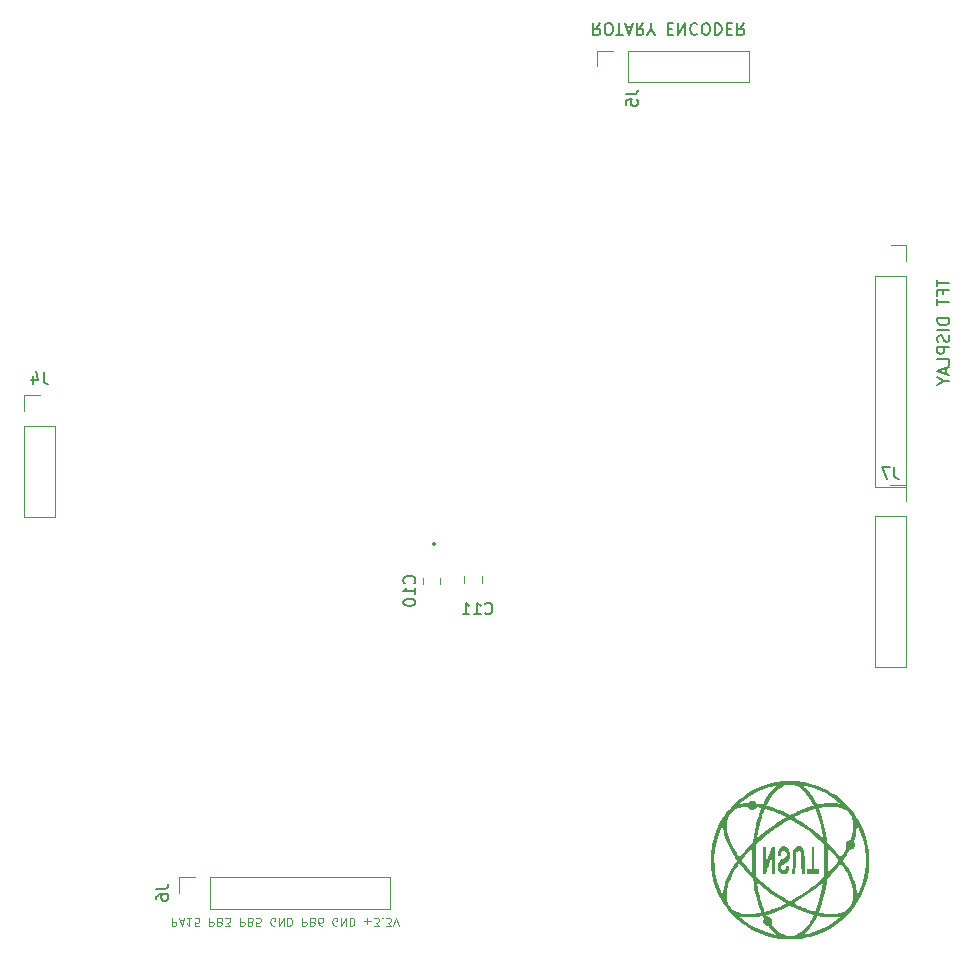
<source format=gbr>
%TF.GenerationSoftware,KiCad,Pcbnew,7.0.10*%
%TF.CreationDate,2024-04-02T20:17:41+05:30*%
%TF.ProjectId,blackpill-tft,626c6163-6b70-4696-9c6c-2d7466742e6b,rev?*%
%TF.SameCoordinates,Original*%
%TF.FileFunction,Legend,Bot*%
%TF.FilePolarity,Positive*%
%FSLAX46Y46*%
G04 Gerber Fmt 4.6, Leading zero omitted, Abs format (unit mm)*
G04 Created by KiCad (PCBNEW 7.0.10) date 2024-04-02 20:17:41*
%MOMM*%
%LPD*%
G01*
G04 APERTURE LIST*
%ADD10C,0.125000*%
%ADD11C,0.150000*%
%ADD12C,0.120000*%
%ADD13C,0.200000*%
G04 APERTURE END LIST*
D10*
X120428902Y-142882166D02*
X120428902Y-143582166D01*
X120428902Y-143582166D02*
X120695569Y-143582166D01*
X120695569Y-143582166D02*
X120762236Y-143548833D01*
X120762236Y-143548833D02*
X120795569Y-143515500D01*
X120795569Y-143515500D02*
X120828902Y-143448833D01*
X120828902Y-143448833D02*
X120828902Y-143348833D01*
X120828902Y-143348833D02*
X120795569Y-143282166D01*
X120795569Y-143282166D02*
X120762236Y-143248833D01*
X120762236Y-143248833D02*
X120695569Y-143215500D01*
X120695569Y-143215500D02*
X120428902Y-143215500D01*
X121095569Y-143082166D02*
X121428902Y-143082166D01*
X121028902Y-142882166D02*
X121262236Y-143582166D01*
X121262236Y-143582166D02*
X121495569Y-142882166D01*
X122095569Y-142882166D02*
X121695569Y-142882166D01*
X121895569Y-142882166D02*
X121895569Y-143582166D01*
X121895569Y-143582166D02*
X121828902Y-143482166D01*
X121828902Y-143482166D02*
X121762236Y-143415500D01*
X121762236Y-143415500D02*
X121695569Y-143382166D01*
X122728903Y-143582166D02*
X122395569Y-143582166D01*
X122395569Y-143582166D02*
X122362236Y-143248833D01*
X122362236Y-143248833D02*
X122395569Y-143282166D01*
X122395569Y-143282166D02*
X122462236Y-143315500D01*
X122462236Y-143315500D02*
X122628903Y-143315500D01*
X122628903Y-143315500D02*
X122695569Y-143282166D01*
X122695569Y-143282166D02*
X122728903Y-143248833D01*
X122728903Y-143248833D02*
X122762236Y-143182166D01*
X122762236Y-143182166D02*
X122762236Y-143015500D01*
X122762236Y-143015500D02*
X122728903Y-142948833D01*
X122728903Y-142948833D02*
X122695569Y-142915500D01*
X122695569Y-142915500D02*
X122628903Y-142882166D01*
X122628903Y-142882166D02*
X122462236Y-142882166D01*
X122462236Y-142882166D02*
X122395569Y-142915500D01*
X122395569Y-142915500D02*
X122362236Y-142948833D01*
X123595569Y-142882166D02*
X123595569Y-143582166D01*
X123595569Y-143582166D02*
X123862236Y-143582166D01*
X123862236Y-143582166D02*
X123928903Y-143548833D01*
X123928903Y-143548833D02*
X123962236Y-143515500D01*
X123962236Y-143515500D02*
X123995569Y-143448833D01*
X123995569Y-143448833D02*
X123995569Y-143348833D01*
X123995569Y-143348833D02*
X123962236Y-143282166D01*
X123962236Y-143282166D02*
X123928903Y-143248833D01*
X123928903Y-143248833D02*
X123862236Y-143215500D01*
X123862236Y-143215500D02*
X123595569Y-143215500D01*
X124528903Y-143248833D02*
X124628903Y-143215500D01*
X124628903Y-143215500D02*
X124662236Y-143182166D01*
X124662236Y-143182166D02*
X124695569Y-143115500D01*
X124695569Y-143115500D02*
X124695569Y-143015500D01*
X124695569Y-143015500D02*
X124662236Y-142948833D01*
X124662236Y-142948833D02*
X124628903Y-142915500D01*
X124628903Y-142915500D02*
X124562236Y-142882166D01*
X124562236Y-142882166D02*
X124295569Y-142882166D01*
X124295569Y-142882166D02*
X124295569Y-143582166D01*
X124295569Y-143582166D02*
X124528903Y-143582166D01*
X124528903Y-143582166D02*
X124595569Y-143548833D01*
X124595569Y-143548833D02*
X124628903Y-143515500D01*
X124628903Y-143515500D02*
X124662236Y-143448833D01*
X124662236Y-143448833D02*
X124662236Y-143382166D01*
X124662236Y-143382166D02*
X124628903Y-143315500D01*
X124628903Y-143315500D02*
X124595569Y-143282166D01*
X124595569Y-143282166D02*
X124528903Y-143248833D01*
X124528903Y-143248833D02*
X124295569Y-143248833D01*
X124928903Y-143582166D02*
X125362236Y-143582166D01*
X125362236Y-143582166D02*
X125128903Y-143315500D01*
X125128903Y-143315500D02*
X125228903Y-143315500D01*
X125228903Y-143315500D02*
X125295569Y-143282166D01*
X125295569Y-143282166D02*
X125328903Y-143248833D01*
X125328903Y-143248833D02*
X125362236Y-143182166D01*
X125362236Y-143182166D02*
X125362236Y-143015500D01*
X125362236Y-143015500D02*
X125328903Y-142948833D01*
X125328903Y-142948833D02*
X125295569Y-142915500D01*
X125295569Y-142915500D02*
X125228903Y-142882166D01*
X125228903Y-142882166D02*
X125028903Y-142882166D01*
X125028903Y-142882166D02*
X124962236Y-142915500D01*
X124962236Y-142915500D02*
X124928903Y-142948833D01*
X126195569Y-142882166D02*
X126195569Y-143582166D01*
X126195569Y-143582166D02*
X126462236Y-143582166D01*
X126462236Y-143582166D02*
X126528903Y-143548833D01*
X126528903Y-143548833D02*
X126562236Y-143515500D01*
X126562236Y-143515500D02*
X126595569Y-143448833D01*
X126595569Y-143448833D02*
X126595569Y-143348833D01*
X126595569Y-143348833D02*
X126562236Y-143282166D01*
X126562236Y-143282166D02*
X126528903Y-143248833D01*
X126528903Y-143248833D02*
X126462236Y-143215500D01*
X126462236Y-143215500D02*
X126195569Y-143215500D01*
X127128903Y-143248833D02*
X127228903Y-143215500D01*
X127228903Y-143215500D02*
X127262236Y-143182166D01*
X127262236Y-143182166D02*
X127295569Y-143115500D01*
X127295569Y-143115500D02*
X127295569Y-143015500D01*
X127295569Y-143015500D02*
X127262236Y-142948833D01*
X127262236Y-142948833D02*
X127228903Y-142915500D01*
X127228903Y-142915500D02*
X127162236Y-142882166D01*
X127162236Y-142882166D02*
X126895569Y-142882166D01*
X126895569Y-142882166D02*
X126895569Y-143582166D01*
X126895569Y-143582166D02*
X127128903Y-143582166D01*
X127128903Y-143582166D02*
X127195569Y-143548833D01*
X127195569Y-143548833D02*
X127228903Y-143515500D01*
X127228903Y-143515500D02*
X127262236Y-143448833D01*
X127262236Y-143448833D02*
X127262236Y-143382166D01*
X127262236Y-143382166D02*
X127228903Y-143315500D01*
X127228903Y-143315500D02*
X127195569Y-143282166D01*
X127195569Y-143282166D02*
X127128903Y-143248833D01*
X127128903Y-143248833D02*
X126895569Y-143248833D01*
X127928903Y-143582166D02*
X127595569Y-143582166D01*
X127595569Y-143582166D02*
X127562236Y-143248833D01*
X127562236Y-143248833D02*
X127595569Y-143282166D01*
X127595569Y-143282166D02*
X127662236Y-143315500D01*
X127662236Y-143315500D02*
X127828903Y-143315500D01*
X127828903Y-143315500D02*
X127895569Y-143282166D01*
X127895569Y-143282166D02*
X127928903Y-143248833D01*
X127928903Y-143248833D02*
X127962236Y-143182166D01*
X127962236Y-143182166D02*
X127962236Y-143015500D01*
X127962236Y-143015500D02*
X127928903Y-142948833D01*
X127928903Y-142948833D02*
X127895569Y-142915500D01*
X127895569Y-142915500D02*
X127828903Y-142882166D01*
X127828903Y-142882166D02*
X127662236Y-142882166D01*
X127662236Y-142882166D02*
X127595569Y-142915500D01*
X127595569Y-142915500D02*
X127562236Y-142948833D01*
X129162236Y-143548833D02*
X129095569Y-143582166D01*
X129095569Y-143582166D02*
X128995569Y-143582166D01*
X128995569Y-143582166D02*
X128895569Y-143548833D01*
X128895569Y-143548833D02*
X128828903Y-143482166D01*
X128828903Y-143482166D02*
X128795569Y-143415500D01*
X128795569Y-143415500D02*
X128762236Y-143282166D01*
X128762236Y-143282166D02*
X128762236Y-143182166D01*
X128762236Y-143182166D02*
X128795569Y-143048833D01*
X128795569Y-143048833D02*
X128828903Y-142982166D01*
X128828903Y-142982166D02*
X128895569Y-142915500D01*
X128895569Y-142915500D02*
X128995569Y-142882166D01*
X128995569Y-142882166D02*
X129062236Y-142882166D01*
X129062236Y-142882166D02*
X129162236Y-142915500D01*
X129162236Y-142915500D02*
X129195569Y-142948833D01*
X129195569Y-142948833D02*
X129195569Y-143182166D01*
X129195569Y-143182166D02*
X129062236Y-143182166D01*
X129495569Y-142882166D02*
X129495569Y-143582166D01*
X129495569Y-143582166D02*
X129895569Y-142882166D01*
X129895569Y-142882166D02*
X129895569Y-143582166D01*
X130228902Y-142882166D02*
X130228902Y-143582166D01*
X130228902Y-143582166D02*
X130395569Y-143582166D01*
X130395569Y-143582166D02*
X130495569Y-143548833D01*
X130495569Y-143548833D02*
X130562236Y-143482166D01*
X130562236Y-143482166D02*
X130595569Y-143415500D01*
X130595569Y-143415500D02*
X130628902Y-143282166D01*
X130628902Y-143282166D02*
X130628902Y-143182166D01*
X130628902Y-143182166D02*
X130595569Y-143048833D01*
X130595569Y-143048833D02*
X130562236Y-142982166D01*
X130562236Y-142982166D02*
X130495569Y-142915500D01*
X130495569Y-142915500D02*
X130395569Y-142882166D01*
X130395569Y-142882166D02*
X130228902Y-142882166D01*
X131462235Y-142882166D02*
X131462235Y-143582166D01*
X131462235Y-143582166D02*
X131728902Y-143582166D01*
X131728902Y-143582166D02*
X131795569Y-143548833D01*
X131795569Y-143548833D02*
X131828902Y-143515500D01*
X131828902Y-143515500D02*
X131862235Y-143448833D01*
X131862235Y-143448833D02*
X131862235Y-143348833D01*
X131862235Y-143348833D02*
X131828902Y-143282166D01*
X131828902Y-143282166D02*
X131795569Y-143248833D01*
X131795569Y-143248833D02*
X131728902Y-143215500D01*
X131728902Y-143215500D02*
X131462235Y-143215500D01*
X132395569Y-143248833D02*
X132495569Y-143215500D01*
X132495569Y-143215500D02*
X132528902Y-143182166D01*
X132528902Y-143182166D02*
X132562235Y-143115500D01*
X132562235Y-143115500D02*
X132562235Y-143015500D01*
X132562235Y-143015500D02*
X132528902Y-142948833D01*
X132528902Y-142948833D02*
X132495569Y-142915500D01*
X132495569Y-142915500D02*
X132428902Y-142882166D01*
X132428902Y-142882166D02*
X132162235Y-142882166D01*
X132162235Y-142882166D02*
X132162235Y-143582166D01*
X132162235Y-143582166D02*
X132395569Y-143582166D01*
X132395569Y-143582166D02*
X132462235Y-143548833D01*
X132462235Y-143548833D02*
X132495569Y-143515500D01*
X132495569Y-143515500D02*
X132528902Y-143448833D01*
X132528902Y-143448833D02*
X132528902Y-143382166D01*
X132528902Y-143382166D02*
X132495569Y-143315500D01*
X132495569Y-143315500D02*
X132462235Y-143282166D01*
X132462235Y-143282166D02*
X132395569Y-143248833D01*
X132395569Y-143248833D02*
X132162235Y-143248833D01*
X133162235Y-143582166D02*
X133028902Y-143582166D01*
X133028902Y-143582166D02*
X132962235Y-143548833D01*
X132962235Y-143548833D02*
X132928902Y-143515500D01*
X132928902Y-143515500D02*
X132862235Y-143415500D01*
X132862235Y-143415500D02*
X132828902Y-143282166D01*
X132828902Y-143282166D02*
X132828902Y-143015500D01*
X132828902Y-143015500D02*
X132862235Y-142948833D01*
X132862235Y-142948833D02*
X132895569Y-142915500D01*
X132895569Y-142915500D02*
X132962235Y-142882166D01*
X132962235Y-142882166D02*
X133095569Y-142882166D01*
X133095569Y-142882166D02*
X133162235Y-142915500D01*
X133162235Y-142915500D02*
X133195569Y-142948833D01*
X133195569Y-142948833D02*
X133228902Y-143015500D01*
X133228902Y-143015500D02*
X133228902Y-143182166D01*
X133228902Y-143182166D02*
X133195569Y-143248833D01*
X133195569Y-143248833D02*
X133162235Y-143282166D01*
X133162235Y-143282166D02*
X133095569Y-143315500D01*
X133095569Y-143315500D02*
X132962235Y-143315500D01*
X132962235Y-143315500D02*
X132895569Y-143282166D01*
X132895569Y-143282166D02*
X132862235Y-143248833D01*
X132862235Y-143248833D02*
X132828902Y-143182166D01*
X134428902Y-143548833D02*
X134362235Y-143582166D01*
X134362235Y-143582166D02*
X134262235Y-143582166D01*
X134262235Y-143582166D02*
X134162235Y-143548833D01*
X134162235Y-143548833D02*
X134095569Y-143482166D01*
X134095569Y-143482166D02*
X134062235Y-143415500D01*
X134062235Y-143415500D02*
X134028902Y-143282166D01*
X134028902Y-143282166D02*
X134028902Y-143182166D01*
X134028902Y-143182166D02*
X134062235Y-143048833D01*
X134062235Y-143048833D02*
X134095569Y-142982166D01*
X134095569Y-142982166D02*
X134162235Y-142915500D01*
X134162235Y-142915500D02*
X134262235Y-142882166D01*
X134262235Y-142882166D02*
X134328902Y-142882166D01*
X134328902Y-142882166D02*
X134428902Y-142915500D01*
X134428902Y-142915500D02*
X134462235Y-142948833D01*
X134462235Y-142948833D02*
X134462235Y-143182166D01*
X134462235Y-143182166D02*
X134328902Y-143182166D01*
X134762235Y-142882166D02*
X134762235Y-143582166D01*
X134762235Y-143582166D02*
X135162235Y-142882166D01*
X135162235Y-142882166D02*
X135162235Y-143582166D01*
X135495568Y-142882166D02*
X135495568Y-143582166D01*
X135495568Y-143582166D02*
X135662235Y-143582166D01*
X135662235Y-143582166D02*
X135762235Y-143548833D01*
X135762235Y-143548833D02*
X135828902Y-143482166D01*
X135828902Y-143482166D02*
X135862235Y-143415500D01*
X135862235Y-143415500D02*
X135895568Y-143282166D01*
X135895568Y-143282166D02*
X135895568Y-143182166D01*
X135895568Y-143182166D02*
X135862235Y-143048833D01*
X135862235Y-143048833D02*
X135828902Y-142982166D01*
X135828902Y-142982166D02*
X135762235Y-142915500D01*
X135762235Y-142915500D02*
X135662235Y-142882166D01*
X135662235Y-142882166D02*
X135495568Y-142882166D01*
X136728901Y-143148833D02*
X137262235Y-143148833D01*
X136995568Y-142882166D02*
X136995568Y-143415500D01*
X137528902Y-143582166D02*
X137962235Y-143582166D01*
X137962235Y-143582166D02*
X137728902Y-143315500D01*
X137728902Y-143315500D02*
X137828902Y-143315500D01*
X137828902Y-143315500D02*
X137895568Y-143282166D01*
X137895568Y-143282166D02*
X137928902Y-143248833D01*
X137928902Y-143248833D02*
X137962235Y-143182166D01*
X137962235Y-143182166D02*
X137962235Y-143015500D01*
X137962235Y-143015500D02*
X137928902Y-142948833D01*
X137928902Y-142948833D02*
X137895568Y-142915500D01*
X137895568Y-142915500D02*
X137828902Y-142882166D01*
X137828902Y-142882166D02*
X137628902Y-142882166D01*
X137628902Y-142882166D02*
X137562235Y-142915500D01*
X137562235Y-142915500D02*
X137528902Y-142948833D01*
X138262235Y-142948833D02*
X138295569Y-142915500D01*
X138295569Y-142915500D02*
X138262235Y-142882166D01*
X138262235Y-142882166D02*
X138228902Y-142915500D01*
X138228902Y-142915500D02*
X138262235Y-142948833D01*
X138262235Y-142948833D02*
X138262235Y-142882166D01*
X138528902Y-143582166D02*
X138962235Y-143582166D01*
X138962235Y-143582166D02*
X138728902Y-143315500D01*
X138728902Y-143315500D02*
X138828902Y-143315500D01*
X138828902Y-143315500D02*
X138895568Y-143282166D01*
X138895568Y-143282166D02*
X138928902Y-143248833D01*
X138928902Y-143248833D02*
X138962235Y-143182166D01*
X138962235Y-143182166D02*
X138962235Y-143015500D01*
X138962235Y-143015500D02*
X138928902Y-142948833D01*
X138928902Y-142948833D02*
X138895568Y-142915500D01*
X138895568Y-142915500D02*
X138828902Y-142882166D01*
X138828902Y-142882166D02*
X138628902Y-142882166D01*
X138628902Y-142882166D02*
X138562235Y-142915500D01*
X138562235Y-142915500D02*
X138528902Y-142948833D01*
X139162235Y-143582166D02*
X139395569Y-142882166D01*
X139395569Y-142882166D02*
X139628902Y-143582166D01*
D11*
X156698207Y-67160180D02*
X156364874Y-67636371D01*
X156126779Y-67160180D02*
X156126779Y-68160180D01*
X156126779Y-68160180D02*
X156507731Y-68160180D01*
X156507731Y-68160180D02*
X156602969Y-68112561D01*
X156602969Y-68112561D02*
X156650588Y-68064942D01*
X156650588Y-68064942D02*
X156698207Y-67969704D01*
X156698207Y-67969704D02*
X156698207Y-67826847D01*
X156698207Y-67826847D02*
X156650588Y-67731609D01*
X156650588Y-67731609D02*
X156602969Y-67683990D01*
X156602969Y-67683990D02*
X156507731Y-67636371D01*
X156507731Y-67636371D02*
X156126779Y-67636371D01*
X157317255Y-68160180D02*
X157507731Y-68160180D01*
X157507731Y-68160180D02*
X157602969Y-68112561D01*
X157602969Y-68112561D02*
X157698207Y-68017323D01*
X157698207Y-68017323D02*
X157745826Y-67826847D01*
X157745826Y-67826847D02*
X157745826Y-67493514D01*
X157745826Y-67493514D02*
X157698207Y-67303038D01*
X157698207Y-67303038D02*
X157602969Y-67207800D01*
X157602969Y-67207800D02*
X157507731Y-67160180D01*
X157507731Y-67160180D02*
X157317255Y-67160180D01*
X157317255Y-67160180D02*
X157222017Y-67207800D01*
X157222017Y-67207800D02*
X157126779Y-67303038D01*
X157126779Y-67303038D02*
X157079160Y-67493514D01*
X157079160Y-67493514D02*
X157079160Y-67826847D01*
X157079160Y-67826847D02*
X157126779Y-68017323D01*
X157126779Y-68017323D02*
X157222017Y-68112561D01*
X157222017Y-68112561D02*
X157317255Y-68160180D01*
X158031541Y-68160180D02*
X158602969Y-68160180D01*
X158317255Y-67160180D02*
X158317255Y-68160180D01*
X158888684Y-67445895D02*
X159364874Y-67445895D01*
X158793446Y-67160180D02*
X159126779Y-68160180D01*
X159126779Y-68160180D02*
X159460112Y-67160180D01*
X160364874Y-67160180D02*
X160031541Y-67636371D01*
X159793446Y-67160180D02*
X159793446Y-68160180D01*
X159793446Y-68160180D02*
X160174398Y-68160180D01*
X160174398Y-68160180D02*
X160269636Y-68112561D01*
X160269636Y-68112561D02*
X160317255Y-68064942D01*
X160317255Y-68064942D02*
X160364874Y-67969704D01*
X160364874Y-67969704D02*
X160364874Y-67826847D01*
X160364874Y-67826847D02*
X160317255Y-67731609D01*
X160317255Y-67731609D02*
X160269636Y-67683990D01*
X160269636Y-67683990D02*
X160174398Y-67636371D01*
X160174398Y-67636371D02*
X159793446Y-67636371D01*
X160983922Y-67636371D02*
X160983922Y-67160180D01*
X160650589Y-68160180D02*
X160983922Y-67636371D01*
X160983922Y-67636371D02*
X161317255Y-68160180D01*
X162412494Y-67683990D02*
X162745827Y-67683990D01*
X162888684Y-67160180D02*
X162412494Y-67160180D01*
X162412494Y-67160180D02*
X162412494Y-68160180D01*
X162412494Y-68160180D02*
X162888684Y-68160180D01*
X163317256Y-67160180D02*
X163317256Y-68160180D01*
X163317256Y-68160180D02*
X163888684Y-67160180D01*
X163888684Y-67160180D02*
X163888684Y-68160180D01*
X164936303Y-67255419D02*
X164888684Y-67207800D01*
X164888684Y-67207800D02*
X164745827Y-67160180D01*
X164745827Y-67160180D02*
X164650589Y-67160180D01*
X164650589Y-67160180D02*
X164507732Y-67207800D01*
X164507732Y-67207800D02*
X164412494Y-67303038D01*
X164412494Y-67303038D02*
X164364875Y-67398276D01*
X164364875Y-67398276D02*
X164317256Y-67588752D01*
X164317256Y-67588752D02*
X164317256Y-67731609D01*
X164317256Y-67731609D02*
X164364875Y-67922085D01*
X164364875Y-67922085D02*
X164412494Y-68017323D01*
X164412494Y-68017323D02*
X164507732Y-68112561D01*
X164507732Y-68112561D02*
X164650589Y-68160180D01*
X164650589Y-68160180D02*
X164745827Y-68160180D01*
X164745827Y-68160180D02*
X164888684Y-68112561D01*
X164888684Y-68112561D02*
X164936303Y-68064942D01*
X165555351Y-68160180D02*
X165745827Y-68160180D01*
X165745827Y-68160180D02*
X165841065Y-68112561D01*
X165841065Y-68112561D02*
X165936303Y-68017323D01*
X165936303Y-68017323D02*
X165983922Y-67826847D01*
X165983922Y-67826847D02*
X165983922Y-67493514D01*
X165983922Y-67493514D02*
X165936303Y-67303038D01*
X165936303Y-67303038D02*
X165841065Y-67207800D01*
X165841065Y-67207800D02*
X165745827Y-67160180D01*
X165745827Y-67160180D02*
X165555351Y-67160180D01*
X165555351Y-67160180D02*
X165460113Y-67207800D01*
X165460113Y-67207800D02*
X165364875Y-67303038D01*
X165364875Y-67303038D02*
X165317256Y-67493514D01*
X165317256Y-67493514D02*
X165317256Y-67826847D01*
X165317256Y-67826847D02*
X165364875Y-68017323D01*
X165364875Y-68017323D02*
X165460113Y-68112561D01*
X165460113Y-68112561D02*
X165555351Y-68160180D01*
X166412494Y-67160180D02*
X166412494Y-68160180D01*
X166412494Y-68160180D02*
X166650589Y-68160180D01*
X166650589Y-68160180D02*
X166793446Y-68112561D01*
X166793446Y-68112561D02*
X166888684Y-68017323D01*
X166888684Y-68017323D02*
X166936303Y-67922085D01*
X166936303Y-67922085D02*
X166983922Y-67731609D01*
X166983922Y-67731609D02*
X166983922Y-67588752D01*
X166983922Y-67588752D02*
X166936303Y-67398276D01*
X166936303Y-67398276D02*
X166888684Y-67303038D01*
X166888684Y-67303038D02*
X166793446Y-67207800D01*
X166793446Y-67207800D02*
X166650589Y-67160180D01*
X166650589Y-67160180D02*
X166412494Y-67160180D01*
X167412494Y-67683990D02*
X167745827Y-67683990D01*
X167888684Y-67160180D02*
X167412494Y-67160180D01*
X167412494Y-67160180D02*
X167412494Y-68160180D01*
X167412494Y-68160180D02*
X167888684Y-68160180D01*
X168888684Y-67160180D02*
X168555351Y-67636371D01*
X168317256Y-67160180D02*
X168317256Y-68160180D01*
X168317256Y-68160180D02*
X168698208Y-68160180D01*
X168698208Y-68160180D02*
X168793446Y-68112561D01*
X168793446Y-68112561D02*
X168841065Y-68064942D01*
X168841065Y-68064942D02*
X168888684Y-67969704D01*
X168888684Y-67969704D02*
X168888684Y-67826847D01*
X168888684Y-67826847D02*
X168841065Y-67731609D01*
X168841065Y-67731609D02*
X168793446Y-67683990D01*
X168793446Y-67683990D02*
X168698208Y-67636371D01*
X168698208Y-67636371D02*
X168317256Y-67636371D01*
X119134819Y-140446666D02*
X119849104Y-140446666D01*
X119849104Y-140446666D02*
X119991961Y-140399047D01*
X119991961Y-140399047D02*
X120087200Y-140303809D01*
X120087200Y-140303809D02*
X120134819Y-140160952D01*
X120134819Y-140160952D02*
X120134819Y-140065714D01*
X119134819Y-141351428D02*
X119134819Y-141160952D01*
X119134819Y-141160952D02*
X119182438Y-141065714D01*
X119182438Y-141065714D02*
X119230057Y-141018095D01*
X119230057Y-141018095D02*
X119372914Y-140922857D01*
X119372914Y-140922857D02*
X119563390Y-140875238D01*
X119563390Y-140875238D02*
X119944342Y-140875238D01*
X119944342Y-140875238D02*
X120039580Y-140922857D01*
X120039580Y-140922857D02*
X120087200Y-140970476D01*
X120087200Y-140970476D02*
X120134819Y-141065714D01*
X120134819Y-141065714D02*
X120134819Y-141256190D01*
X120134819Y-141256190D02*
X120087200Y-141351428D01*
X120087200Y-141351428D02*
X120039580Y-141399047D01*
X120039580Y-141399047D02*
X119944342Y-141446666D01*
X119944342Y-141446666D02*
X119706247Y-141446666D01*
X119706247Y-141446666D02*
X119611009Y-141399047D01*
X119611009Y-141399047D02*
X119563390Y-141351428D01*
X119563390Y-141351428D02*
X119515771Y-141256190D01*
X119515771Y-141256190D02*
X119515771Y-141065714D01*
X119515771Y-141065714D02*
X119563390Y-140970476D01*
X119563390Y-140970476D02*
X119611009Y-140922857D01*
X119611009Y-140922857D02*
X119706247Y-140875238D01*
X140949580Y-114567142D02*
X140997200Y-114519523D01*
X140997200Y-114519523D02*
X141044819Y-114376666D01*
X141044819Y-114376666D02*
X141044819Y-114281428D01*
X141044819Y-114281428D02*
X140997200Y-114138571D01*
X140997200Y-114138571D02*
X140901961Y-114043333D01*
X140901961Y-114043333D02*
X140806723Y-113995714D01*
X140806723Y-113995714D02*
X140616247Y-113948095D01*
X140616247Y-113948095D02*
X140473390Y-113948095D01*
X140473390Y-113948095D02*
X140282914Y-113995714D01*
X140282914Y-113995714D02*
X140187676Y-114043333D01*
X140187676Y-114043333D02*
X140092438Y-114138571D01*
X140092438Y-114138571D02*
X140044819Y-114281428D01*
X140044819Y-114281428D02*
X140044819Y-114376666D01*
X140044819Y-114376666D02*
X140092438Y-114519523D01*
X140092438Y-114519523D02*
X140140057Y-114567142D01*
X141044819Y-115519523D02*
X141044819Y-114948095D01*
X141044819Y-115233809D02*
X140044819Y-115233809D01*
X140044819Y-115233809D02*
X140187676Y-115138571D01*
X140187676Y-115138571D02*
X140282914Y-115043333D01*
X140282914Y-115043333D02*
X140330533Y-114948095D01*
X140044819Y-116138571D02*
X140044819Y-116233809D01*
X140044819Y-116233809D02*
X140092438Y-116329047D01*
X140092438Y-116329047D02*
X140140057Y-116376666D01*
X140140057Y-116376666D02*
X140235295Y-116424285D01*
X140235295Y-116424285D02*
X140425771Y-116471904D01*
X140425771Y-116471904D02*
X140663866Y-116471904D01*
X140663866Y-116471904D02*
X140854342Y-116424285D01*
X140854342Y-116424285D02*
X140949580Y-116376666D01*
X140949580Y-116376666D02*
X140997200Y-116329047D01*
X140997200Y-116329047D02*
X141044819Y-116233809D01*
X141044819Y-116233809D02*
X141044819Y-116138571D01*
X141044819Y-116138571D02*
X140997200Y-116043333D01*
X140997200Y-116043333D02*
X140949580Y-115995714D01*
X140949580Y-115995714D02*
X140854342Y-115948095D01*
X140854342Y-115948095D02*
X140663866Y-115900476D01*
X140663866Y-115900476D02*
X140425771Y-115900476D01*
X140425771Y-115900476D02*
X140235295Y-115948095D01*
X140235295Y-115948095D02*
X140140057Y-115995714D01*
X140140057Y-115995714D02*
X140092438Y-116043333D01*
X140092438Y-116043333D02*
X140044819Y-116138571D01*
X181613333Y-104744819D02*
X181613333Y-105459104D01*
X181613333Y-105459104D02*
X181660952Y-105601961D01*
X181660952Y-105601961D02*
X181756190Y-105697200D01*
X181756190Y-105697200D02*
X181899047Y-105744819D01*
X181899047Y-105744819D02*
X181994285Y-105744819D01*
X181232380Y-104744819D02*
X180565714Y-104744819D01*
X180565714Y-104744819D02*
X180994285Y-105744819D01*
X185254819Y-88867619D02*
X185254819Y-89439047D01*
X186254819Y-89153333D02*
X185254819Y-89153333D01*
X185731009Y-90105714D02*
X185731009Y-89772381D01*
X186254819Y-89772381D02*
X185254819Y-89772381D01*
X185254819Y-89772381D02*
X185254819Y-90248571D01*
X185254819Y-90486667D02*
X185254819Y-91058095D01*
X186254819Y-90772381D02*
X185254819Y-90772381D01*
X186254819Y-92153334D02*
X185254819Y-92153334D01*
X185254819Y-92153334D02*
X185254819Y-92391429D01*
X185254819Y-92391429D02*
X185302438Y-92534286D01*
X185302438Y-92534286D02*
X185397676Y-92629524D01*
X185397676Y-92629524D02*
X185492914Y-92677143D01*
X185492914Y-92677143D02*
X185683390Y-92724762D01*
X185683390Y-92724762D02*
X185826247Y-92724762D01*
X185826247Y-92724762D02*
X186016723Y-92677143D01*
X186016723Y-92677143D02*
X186111961Y-92629524D01*
X186111961Y-92629524D02*
X186207200Y-92534286D01*
X186207200Y-92534286D02*
X186254819Y-92391429D01*
X186254819Y-92391429D02*
X186254819Y-92153334D01*
X186254819Y-93153334D02*
X185254819Y-93153334D01*
X186207200Y-93581905D02*
X186254819Y-93724762D01*
X186254819Y-93724762D02*
X186254819Y-93962857D01*
X186254819Y-93962857D02*
X186207200Y-94058095D01*
X186207200Y-94058095D02*
X186159580Y-94105714D01*
X186159580Y-94105714D02*
X186064342Y-94153333D01*
X186064342Y-94153333D02*
X185969104Y-94153333D01*
X185969104Y-94153333D02*
X185873866Y-94105714D01*
X185873866Y-94105714D02*
X185826247Y-94058095D01*
X185826247Y-94058095D02*
X185778628Y-93962857D01*
X185778628Y-93962857D02*
X185731009Y-93772381D01*
X185731009Y-93772381D02*
X185683390Y-93677143D01*
X185683390Y-93677143D02*
X185635771Y-93629524D01*
X185635771Y-93629524D02*
X185540533Y-93581905D01*
X185540533Y-93581905D02*
X185445295Y-93581905D01*
X185445295Y-93581905D02*
X185350057Y-93629524D01*
X185350057Y-93629524D02*
X185302438Y-93677143D01*
X185302438Y-93677143D02*
X185254819Y-93772381D01*
X185254819Y-93772381D02*
X185254819Y-94010476D01*
X185254819Y-94010476D02*
X185302438Y-94153333D01*
X186254819Y-94581905D02*
X185254819Y-94581905D01*
X185254819Y-94581905D02*
X185254819Y-94962857D01*
X185254819Y-94962857D02*
X185302438Y-95058095D01*
X185302438Y-95058095D02*
X185350057Y-95105714D01*
X185350057Y-95105714D02*
X185445295Y-95153333D01*
X185445295Y-95153333D02*
X185588152Y-95153333D01*
X185588152Y-95153333D02*
X185683390Y-95105714D01*
X185683390Y-95105714D02*
X185731009Y-95058095D01*
X185731009Y-95058095D02*
X185778628Y-94962857D01*
X185778628Y-94962857D02*
X185778628Y-94581905D01*
X186254819Y-96058095D02*
X186254819Y-95581905D01*
X186254819Y-95581905D02*
X185254819Y-95581905D01*
X185969104Y-96343810D02*
X185969104Y-96820000D01*
X186254819Y-96248572D02*
X185254819Y-96581905D01*
X185254819Y-96581905D02*
X186254819Y-96915238D01*
X185778628Y-97439048D02*
X186254819Y-97439048D01*
X185254819Y-97105715D02*
X185778628Y-97439048D01*
X185778628Y-97439048D02*
X185254819Y-97772381D01*
X158904819Y-73166666D02*
X159619104Y-73166666D01*
X159619104Y-73166666D02*
X159761961Y-73119047D01*
X159761961Y-73119047D02*
X159857200Y-73023809D01*
X159857200Y-73023809D02*
X159904819Y-72880952D01*
X159904819Y-72880952D02*
X159904819Y-72785714D01*
X158904819Y-74119047D02*
X158904819Y-73642857D01*
X158904819Y-73642857D02*
X159381009Y-73595238D01*
X159381009Y-73595238D02*
X159333390Y-73642857D01*
X159333390Y-73642857D02*
X159285771Y-73738095D01*
X159285771Y-73738095D02*
X159285771Y-73976190D01*
X159285771Y-73976190D02*
X159333390Y-74071428D01*
X159333390Y-74071428D02*
X159381009Y-74119047D01*
X159381009Y-74119047D02*
X159476247Y-74166666D01*
X159476247Y-74166666D02*
X159714342Y-74166666D01*
X159714342Y-74166666D02*
X159809580Y-74119047D01*
X159809580Y-74119047D02*
X159857200Y-74071428D01*
X159857200Y-74071428D02*
X159904819Y-73976190D01*
X159904819Y-73976190D02*
X159904819Y-73738095D01*
X159904819Y-73738095D02*
X159857200Y-73642857D01*
X159857200Y-73642857D02*
X159809580Y-73595238D01*
X146962857Y-117119580D02*
X147010476Y-117167200D01*
X147010476Y-117167200D02*
X147153333Y-117214819D01*
X147153333Y-117214819D02*
X147248571Y-117214819D01*
X147248571Y-117214819D02*
X147391428Y-117167200D01*
X147391428Y-117167200D02*
X147486666Y-117071961D01*
X147486666Y-117071961D02*
X147534285Y-116976723D01*
X147534285Y-116976723D02*
X147581904Y-116786247D01*
X147581904Y-116786247D02*
X147581904Y-116643390D01*
X147581904Y-116643390D02*
X147534285Y-116452914D01*
X147534285Y-116452914D02*
X147486666Y-116357676D01*
X147486666Y-116357676D02*
X147391428Y-116262438D01*
X147391428Y-116262438D02*
X147248571Y-116214819D01*
X147248571Y-116214819D02*
X147153333Y-116214819D01*
X147153333Y-116214819D02*
X147010476Y-116262438D01*
X147010476Y-116262438D02*
X146962857Y-116310057D01*
X146010476Y-117214819D02*
X146581904Y-117214819D01*
X146296190Y-117214819D02*
X146296190Y-116214819D01*
X146296190Y-116214819D02*
X146391428Y-116357676D01*
X146391428Y-116357676D02*
X146486666Y-116452914D01*
X146486666Y-116452914D02*
X146581904Y-116500533D01*
X145058095Y-117214819D02*
X145629523Y-117214819D01*
X145343809Y-117214819D02*
X145343809Y-116214819D01*
X145343809Y-116214819D02*
X145439047Y-116357676D01*
X145439047Y-116357676D02*
X145534285Y-116452914D01*
X145534285Y-116452914D02*
X145629523Y-116500533D01*
X109573333Y-96684819D02*
X109573333Y-97399104D01*
X109573333Y-97399104D02*
X109620952Y-97541961D01*
X109620952Y-97541961D02*
X109716190Y-97637200D01*
X109716190Y-97637200D02*
X109859047Y-97684819D01*
X109859047Y-97684819D02*
X109954285Y-97684819D01*
X108668571Y-97018152D02*
X108668571Y-97684819D01*
X108906666Y-96637200D02*
X109144761Y-97351485D01*
X109144761Y-97351485D02*
X108525714Y-97351485D01*
D12*
%TO.C,J6*%
X138935000Y-139490000D02*
X138935000Y-142150000D01*
X123635000Y-139490000D02*
X138935000Y-139490000D01*
X123635000Y-139490000D02*
X123635000Y-142150000D01*
X122365000Y-139490000D02*
X121035000Y-139490000D01*
X121035000Y-139490000D02*
X121035000Y-140820000D01*
X123635000Y-142150000D02*
X138935000Y-142150000D01*
D13*
%TO.C,Y2*%
X142738299Y-111252513D02*
G75*
G03*
X142538299Y-111252513I-100000J0D01*
G01*
X142538299Y-111252513D02*
G75*
G03*
X142738299Y-111252513I100000J0D01*
G01*
D12*
%TO.C,C10*%
X143155000Y-114108748D02*
X143155000Y-114631252D01*
X141685000Y-114108748D02*
X141685000Y-114631252D01*
%TO.C,J7*%
X182610000Y-121650000D02*
X179950000Y-121650000D01*
X182610000Y-108890000D02*
X182610000Y-121650000D01*
X182610000Y-108890000D02*
X179950000Y-108890000D01*
X182610000Y-107620000D02*
X182610000Y-106290000D01*
X182610000Y-106290000D02*
X181280000Y-106290000D01*
X179950000Y-108890000D02*
X179950000Y-121650000D01*
%TO.C,G\u002A\u002A\u002A*%
G36*
X174839065Y-137831277D02*
G01*
X174839065Y-138794614D01*
X175040254Y-138794614D01*
X175241444Y-138794614D01*
X175236936Y-138991295D01*
X175232428Y-139187977D01*
X174718648Y-139187977D01*
X174204868Y-139187977D01*
X174200360Y-138991295D01*
X174195851Y-138794614D01*
X174397041Y-138794614D01*
X174598230Y-138794614D01*
X174598230Y-137831277D01*
X174598230Y-136867939D01*
X174718648Y-136867939D01*
X174839065Y-136867939D01*
X174839065Y-137831277D01*
G37*
G36*
X170716623Y-137605950D02*
G01*
X170720797Y-138343961D01*
X170975967Y-137605950D01*
X171231138Y-136867939D01*
X171357288Y-136867939D01*
X171483439Y-136867939D01*
X171483439Y-138023944D01*
X171483439Y-139179949D01*
X171371050Y-139179949D01*
X171258660Y-139179949D01*
X171256784Y-138533710D01*
X171256666Y-138498351D01*
X171255888Y-138353969D01*
X171254690Y-138216851D01*
X171253140Y-138091139D01*
X171251303Y-137980974D01*
X171249247Y-137890498D01*
X171247037Y-137823850D01*
X171244742Y-137785172D01*
X171234577Y-137682873D01*
X171018972Y-138306980D01*
X171004849Y-138347862D01*
X170956807Y-138486965D01*
X170910897Y-138619933D01*
X170868513Y-138742731D01*
X170831047Y-138851324D01*
X170799891Y-138941674D01*
X170776439Y-139009746D01*
X170762082Y-139051504D01*
X170720797Y-139171921D01*
X170588338Y-139176585D01*
X170455879Y-139181248D01*
X170455879Y-138024593D01*
X170455879Y-136867939D01*
X170584164Y-136867939D01*
X170712448Y-136867939D01*
X170716623Y-137605950D01*
G37*
G36*
X173548904Y-136842160D02*
G01*
X173568766Y-136843304D01*
X173675248Y-136863497D01*
X173764914Y-136907861D01*
X173839573Y-136978015D01*
X173901034Y-137075580D01*
X173951107Y-137202174D01*
X173956319Y-137219821D01*
X173970490Y-137283202D01*
X173982671Y-137364100D01*
X173992952Y-137464336D01*
X174001426Y-137585732D01*
X174008183Y-137730109D01*
X174013315Y-137899288D01*
X174016912Y-138095091D01*
X174019068Y-138319337D01*
X174019872Y-138573849D01*
X174020228Y-139179949D01*
X173884283Y-139179949D01*
X173748337Y-139179949D01*
X173743796Y-138308931D01*
X173743131Y-138182725D01*
X173742161Y-138012779D01*
X173741155Y-137870446D01*
X173739996Y-137752995D01*
X173738569Y-137657697D01*
X173736756Y-137581824D01*
X173734441Y-137522645D01*
X173731507Y-137477431D01*
X173727837Y-137443454D01*
X173723315Y-137417982D01*
X173717825Y-137398288D01*
X173711249Y-137381641D01*
X173703470Y-137365313D01*
X173700747Y-137359902D01*
X173651128Y-137291056D01*
X173586891Y-137250506D01*
X173506448Y-137237218D01*
X173483000Y-137238131D01*
X173412186Y-137256246D01*
X173353704Y-137299995D01*
X173302770Y-137372558D01*
X173257680Y-137453969D01*
X173247239Y-138200556D01*
X173245516Y-138323779D01*
X173243388Y-138475851D01*
X173241387Y-138618860D01*
X173239565Y-138748967D01*
X173237976Y-138862330D01*
X173236675Y-138955108D01*
X173235716Y-139023461D01*
X173235151Y-139063546D01*
X173233502Y-139179949D01*
X173109071Y-139179956D01*
X172984640Y-139179963D01*
X172988494Y-138373161D01*
X172988540Y-138363806D01*
X172989668Y-138199855D01*
X172991348Y-138040930D01*
X172993499Y-137890901D01*
X172996042Y-137753636D01*
X172998896Y-137633006D01*
X173001980Y-137532878D01*
X173005214Y-137457124D01*
X173008517Y-137409611D01*
X173027062Y-137289605D01*
X173065875Y-137154715D01*
X173120443Y-137041252D01*
X173189314Y-136951490D01*
X173271036Y-136887706D01*
X173364157Y-136852179D01*
X173410631Y-136845821D01*
X173478938Y-136841884D01*
X173548904Y-136842160D01*
G37*
G36*
X172320527Y-136841989D02*
G01*
X172390560Y-136853553D01*
X172431319Y-136868164D01*
X172505022Y-136912144D01*
X172574716Y-136973073D01*
X172630186Y-137042884D01*
X172648557Y-137073442D01*
X172690947Y-137160622D01*
X172720148Y-137254245D01*
X172738327Y-137362634D01*
X172747650Y-137494108D01*
X172749741Y-137579097D01*
X172746626Y-137698080D01*
X172734370Y-137798691D01*
X172711815Y-137888950D01*
X172677800Y-137976871D01*
X172672828Y-137987651D01*
X172631735Y-138058599D01*
X172577216Y-138122787D01*
X172504880Y-138184007D01*
X172410336Y-138246055D01*
X172289194Y-138312725D01*
X172227184Y-138345493D01*
X172144258Y-138393421D01*
X172084785Y-138435327D01*
X172044713Y-138474762D01*
X172019990Y-138515277D01*
X172006566Y-138560422D01*
X172004910Y-138570118D01*
X172004994Y-138655552D01*
X172030064Y-138729187D01*
X172075757Y-138786990D01*
X172137713Y-138824932D01*
X172211569Y-138838982D01*
X172292966Y-138825109D01*
X172316056Y-138815475D01*
X172375599Y-138769813D01*
X172419363Y-138698404D01*
X172448532Y-138599535D01*
X172467306Y-138504109D01*
X172581472Y-138514963D01*
X172585585Y-138515358D01*
X172642973Y-138521666D01*
X172686734Y-138527884D01*
X172707680Y-138532718D01*
X172717156Y-138551546D01*
X172719104Y-138595687D01*
X172712926Y-138657729D01*
X172699829Y-138731052D01*
X172681021Y-138809037D01*
X172657709Y-138885065D01*
X172631101Y-138952518D01*
X172589716Y-139028344D01*
X172515553Y-139118262D01*
X172427347Y-139181356D01*
X172416812Y-139186466D01*
X172370949Y-139201646D01*
X172311773Y-139209697D01*
X172230026Y-139212060D01*
X172211612Y-139211937D01*
X172117845Y-139205352D01*
X172044377Y-139186282D01*
X171982080Y-139151322D01*
X171921824Y-139097064D01*
X171901065Y-139073524D01*
X171840100Y-138976727D01*
X171795484Y-138859854D01*
X171767792Y-138729090D01*
X171757596Y-138590620D01*
X171765471Y-138450627D01*
X171791991Y-138315298D01*
X171837730Y-138190815D01*
X171842615Y-138180762D01*
X171895103Y-138095898D01*
X171964709Y-138021599D01*
X172056388Y-137953400D01*
X172175097Y-137886836D01*
X172272636Y-137836349D01*
X172355436Y-137788352D01*
X172415186Y-137744932D01*
X172455441Y-137702231D01*
X172479755Y-137656389D01*
X172491686Y-137603548D01*
X172494787Y-137539849D01*
X172494455Y-137526374D01*
X172482006Y-137446856D01*
X172454765Y-137369059D01*
X172417105Y-137303097D01*
X172373400Y-137259088D01*
X172371628Y-137257951D01*
X172314321Y-137236372D01*
X172244496Y-137229935D01*
X172175845Y-137238486D01*
X172122060Y-137261875D01*
X172086824Y-137295960D01*
X172041337Y-137364306D01*
X172002916Y-137450070D01*
X171975940Y-137544771D01*
X171955013Y-137646637D01*
X171872119Y-137644455D01*
X171844407Y-137643263D01*
X171788397Y-137638427D01*
X171747509Y-137631803D01*
X171736325Y-137628850D01*
X171719248Y-137620634D01*
X171711680Y-137603877D01*
X171711612Y-137570786D01*
X171717036Y-137513568D01*
X171720459Y-137486280D01*
X171735110Y-137404761D01*
X171756103Y-137314189D01*
X171780716Y-137224774D01*
X171806225Y-137146725D01*
X171829909Y-137090254D01*
X171854496Y-137048683D01*
X171926435Y-136963213D01*
X172014370Y-136894751D01*
X172109504Y-136850829D01*
X172164321Y-136840999D01*
X172240421Y-136837759D01*
X172320527Y-136841989D01*
G37*
G36*
X172916994Y-131331604D02*
G01*
X173054582Y-131332737D01*
X173181388Y-131334672D01*
X173292155Y-131337414D01*
X173381624Y-131340966D01*
X173444538Y-131345333D01*
X173500129Y-131351197D01*
X173759403Y-131385903D01*
X174031057Y-131433086D01*
X174304011Y-131490464D01*
X174567186Y-131555754D01*
X174809504Y-131626671D01*
X175115119Y-131733046D01*
X175513629Y-131897838D01*
X175903113Y-132088329D01*
X176279628Y-132302238D01*
X176639225Y-132537284D01*
X176977960Y-132791186D01*
X177291887Y-133061663D01*
X177372201Y-133136941D01*
X177663911Y-133427968D01*
X177928009Y-133722097D01*
X178167978Y-134023922D01*
X178387304Y-134338041D01*
X178589471Y-134669049D01*
X178777964Y-135021542D01*
X178784448Y-135034507D01*
X178957877Y-135406175D01*
X179103829Y-135772553D01*
X179224485Y-136140258D01*
X179322022Y-136515906D01*
X179398621Y-136906115D01*
X179412409Y-136989819D01*
X179431204Y-137111005D01*
X179446264Y-137221165D01*
X179457923Y-137325690D01*
X179466518Y-137429970D01*
X179472385Y-137539394D01*
X179475860Y-137659352D01*
X179477279Y-137795235D01*
X179476977Y-137952432D01*
X179475290Y-138136333D01*
X179473708Y-138258818D01*
X179470579Y-138423776D01*
X179466098Y-138566199D01*
X179459692Y-138691883D01*
X179450789Y-138806623D01*
X179438820Y-138916213D01*
X179423211Y-139026448D01*
X179403393Y-139143124D01*
X179378793Y-139272035D01*
X179348841Y-139418976D01*
X179256209Y-139803619D01*
X179121999Y-140233982D01*
X178957555Y-140656679D01*
X178763716Y-141069934D01*
X178541326Y-141471971D01*
X178291225Y-141861015D01*
X178014255Y-142235290D01*
X178011580Y-142238654D01*
X177955027Y-142305967D01*
X177879624Y-142390500D01*
X177789713Y-142487803D01*
X177689639Y-142593426D01*
X177583744Y-142702918D01*
X177476371Y-142811830D01*
X177371863Y-142915711D01*
X177274564Y-143010110D01*
X177188817Y-143090578D01*
X177118964Y-143152665D01*
X176785429Y-143417649D01*
X176414268Y-143673855D01*
X176025551Y-143905143D01*
X175621828Y-144110326D01*
X175205647Y-144288220D01*
X174779556Y-144437639D01*
X174346104Y-144557398D01*
X173907839Y-144646310D01*
X173800572Y-144663874D01*
X173693466Y-144680431D01*
X173597202Y-144693687D01*
X173506410Y-144704018D01*
X173415721Y-144711799D01*
X173319767Y-144717409D01*
X173213178Y-144721223D01*
X173090586Y-144723616D01*
X172946622Y-144724966D01*
X172775917Y-144725650D01*
X172732574Y-144725752D01*
X172580797Y-144725888D01*
X172455325Y-144725456D01*
X172351534Y-144724265D01*
X172264795Y-144722123D01*
X172190484Y-144718839D01*
X172123972Y-144714222D01*
X172060633Y-144708080D01*
X171995841Y-144700221D01*
X171924969Y-144690456D01*
X171471007Y-144612113D01*
X171014045Y-144503887D01*
X170573152Y-144368217D01*
X170147404Y-144204707D01*
X169735875Y-144012965D01*
X169337643Y-143792597D01*
X168951783Y-143543210D01*
X168577371Y-143264410D01*
X168511004Y-143209842D01*
X168394331Y-143107764D01*
X168266007Y-142989433D01*
X168131250Y-142860071D01*
X168067988Y-142797180D01*
X168502049Y-142797180D01*
X168508914Y-142810991D01*
X168533621Y-142836610D01*
X168578666Y-142876679D01*
X168646545Y-142933839D01*
X168651522Y-142937972D01*
X169012746Y-143219108D01*
X169382570Y-143469860D01*
X169763062Y-143691245D01*
X170156292Y-143884281D01*
X170564328Y-144049983D01*
X170989237Y-144189369D01*
X171433088Y-144303454D01*
X171456685Y-144308695D01*
X171532380Y-144324814D01*
X171594449Y-144336982D01*
X171637008Y-144344091D01*
X171654173Y-144345035D01*
X171645787Y-144333166D01*
X171617354Y-144304758D01*
X171573341Y-144264179D01*
X171518282Y-144215743D01*
X171490080Y-144190901D01*
X171378494Y-144084084D01*
X171260704Y-143959568D01*
X171144158Y-143825479D01*
X171036306Y-143689942D01*
X170998619Y-143640955D01*
X170968805Y-143607701D01*
X170942050Y-143589289D01*
X170909952Y-143580083D01*
X170864106Y-143574446D01*
X170805081Y-143564454D01*
X170702755Y-143525964D01*
X170617486Y-143465782D01*
X170551733Y-143388243D01*
X170507958Y-143297683D01*
X170488620Y-143198437D01*
X170496181Y-143094839D01*
X170533100Y-142991227D01*
X170564866Y-142929309D01*
X170518169Y-142836804D01*
X170505839Y-142812221D01*
X170487493Y-142779223D01*
X170468592Y-142759046D01*
X170442926Y-142750254D01*
X170404281Y-142751409D01*
X170346447Y-142761074D01*
X170263211Y-142777812D01*
X170166051Y-142796784D01*
X170031516Y-142820087D01*
X169904729Y-142837570D01*
X169777733Y-142849952D01*
X169642573Y-142857957D01*
X169491290Y-142862305D01*
X169315930Y-142863717D01*
X169277726Y-142863735D01*
X169152647Y-142863345D01*
X169052319Y-142861971D01*
X168970933Y-142859270D01*
X168902678Y-142854895D01*
X168841746Y-142848504D01*
X168782327Y-142839751D01*
X168718611Y-142828291D01*
X168645863Y-142814676D01*
X168581548Y-142803138D01*
X168534944Y-142795334D01*
X168512954Y-142792465D01*
X168510527Y-142792535D01*
X168502049Y-142797180D01*
X168067988Y-142797180D01*
X167995280Y-142724898D01*
X167951441Y-142679797D01*
X170783448Y-142679797D01*
X170796349Y-142724120D01*
X170803658Y-142737781D01*
X170823120Y-142758546D01*
X170855406Y-142771001D01*
X170910149Y-142779865D01*
X170999106Y-142798252D01*
X171103962Y-142844882D01*
X171188194Y-142915863D01*
X171251169Y-143010767D01*
X171275058Y-143086923D01*
X171282609Y-143179068D01*
X171272863Y-143271222D01*
X171246025Y-143349758D01*
X171234685Y-143371744D01*
X171217329Y-143407582D01*
X171210493Y-143425197D01*
X171210600Y-143425654D01*
X171221928Y-143442737D01*
X171249234Y-143479238D01*
X171288690Y-143530136D01*
X171336465Y-143590407D01*
X171409043Y-143678175D01*
X171589099Y-143872366D01*
X171773877Y-144039501D01*
X171961414Y-144177903D01*
X172149748Y-144285892D01*
X172189180Y-144304934D01*
X172312898Y-144359341D01*
X172423639Y-144397393D01*
X172531195Y-144421455D01*
X172645357Y-144433891D01*
X172775917Y-144437064D01*
X172794523Y-144436932D01*
X172913059Y-144433023D01*
X173014172Y-144422279D01*
X173109186Y-144402422D01*
X173209422Y-144371171D01*
X173285748Y-144341808D01*
X173910489Y-144341808D01*
X173918593Y-144342424D01*
X173953511Y-144337647D01*
X174010788Y-144326869D01*
X174085059Y-144311298D01*
X174170958Y-144292141D01*
X174263120Y-144270606D01*
X174356179Y-144247902D01*
X174444770Y-144225235D01*
X174523528Y-144203814D01*
X174571895Y-144189923D01*
X175000400Y-144048798D01*
X175415120Y-143879009D01*
X175816632Y-143680248D01*
X176205507Y-143452208D01*
X176582319Y-143194583D01*
X176947644Y-142907066D01*
X176986014Y-142873900D01*
X177027576Y-142835229D01*
X177053066Y-142807858D01*
X177058044Y-142796242D01*
X177058026Y-142796236D01*
X177036982Y-142796953D01*
X176991143Y-142802646D01*
X176927252Y-142812369D01*
X176852056Y-142825173D01*
X176669420Y-142850699D01*
X176439863Y-142867150D01*
X176194001Y-142870255D01*
X175938652Y-142860131D01*
X175680634Y-142836895D01*
X175426762Y-142800664D01*
X175402043Y-142796424D01*
X175317360Y-142781741D01*
X175242127Y-142768465D01*
X175183747Y-142757913D01*
X175149626Y-142751402D01*
X175141343Y-142749569D01*
X175124767Y-142746248D01*
X175110760Y-142747192D01*
X175096743Y-142755810D01*
X175080135Y-142775510D01*
X175058354Y-142809700D01*
X175028820Y-142861789D01*
X174988951Y-142935186D01*
X174936166Y-143033299D01*
X174815376Y-143245982D01*
X174655315Y-143497303D01*
X174486741Y-143731061D01*
X174312459Y-143943648D01*
X174135278Y-144131454D01*
X173958003Y-144290872D01*
X173943071Y-144303554D01*
X173917525Y-144328732D01*
X173910489Y-144341808D01*
X173285748Y-144341808D01*
X173326203Y-144326245D01*
X173373357Y-144305725D01*
X173525272Y-144223996D01*
X173682872Y-144117670D01*
X173841467Y-143990700D01*
X173996368Y-143847040D01*
X174142884Y-143690640D01*
X174276326Y-143525456D01*
X174299806Y-143493452D01*
X174363419Y-143402584D01*
X174429320Y-143303256D01*
X174495259Y-143199366D01*
X174558987Y-143094813D01*
X174618254Y-142993493D01*
X174670811Y-142899305D01*
X174714409Y-142816146D01*
X174746798Y-142747915D01*
X174765728Y-142698509D01*
X174768951Y-142671826D01*
X174768253Y-142670323D01*
X174746201Y-142652923D01*
X174707691Y-142639321D01*
X174698984Y-142637291D01*
X174644646Y-142622255D01*
X174567261Y-142598446D01*
X174472561Y-142567800D01*
X174366277Y-142532255D01*
X174254142Y-142493749D01*
X174141888Y-142454218D01*
X174124413Y-142447890D01*
X175224400Y-142447890D01*
X175237765Y-142458271D01*
X175281114Y-142471941D01*
X175352481Y-142487743D01*
X175449806Y-142505273D01*
X175571031Y-142524127D01*
X175714096Y-142543902D01*
X175778071Y-142550835D01*
X175889161Y-142558671D01*
X176016823Y-142564028D01*
X176154118Y-142566904D01*
X176294104Y-142567298D01*
X176429840Y-142565210D01*
X176554385Y-142560639D01*
X176660797Y-142553583D01*
X176742135Y-142544042D01*
X176799372Y-142534123D01*
X177042128Y-142476139D01*
X177267340Y-142394507D01*
X177480215Y-142287419D01*
X177519900Y-142262509D01*
X177614842Y-142190359D01*
X177713119Y-142101306D01*
X177806840Y-142003339D01*
X177888116Y-141904448D01*
X177949056Y-141812623D01*
X177954139Y-141803463D01*
X178010029Y-141687430D01*
X178061118Y-141555503D01*
X178102544Y-141421513D01*
X178129447Y-141299292D01*
X178134535Y-141261172D01*
X178141998Y-141163554D01*
X178145483Y-141047979D01*
X178145092Y-140923795D01*
X178140929Y-140800349D01*
X178133096Y-140686991D01*
X178121695Y-140593068D01*
X178107028Y-140509360D01*
X178035103Y-140201220D01*
X177933503Y-139883001D01*
X177802576Y-139555520D01*
X177642673Y-139219595D01*
X177454142Y-138876043D01*
X177237334Y-138525682D01*
X177198106Y-138466327D01*
X177152174Y-138398802D01*
X177114134Y-138345119D01*
X177087124Y-138309681D01*
X177074280Y-138296890D01*
X177073667Y-138297003D01*
X177057261Y-138310957D01*
X177025654Y-138344870D01*
X176983135Y-138393958D01*
X176933995Y-138453432D01*
X176920770Y-138469754D01*
X176820545Y-138591566D01*
X176719853Y-138710275D01*
X176614179Y-138830973D01*
X176499004Y-138958751D01*
X176369812Y-139098702D01*
X176222086Y-139255916D01*
X176213059Y-139265467D01*
X176133712Y-139350193D01*
X176062442Y-139427645D01*
X176002079Y-139494642D01*
X175955454Y-139548005D01*
X175925397Y-139584555D01*
X175914740Y-139601112D01*
X175914504Y-139604682D01*
X175910941Y-139635079D01*
X175903620Y-139690669D01*
X175893223Y-139766458D01*
X175880433Y-139857449D01*
X175865930Y-139958647D01*
X175819117Y-140257676D01*
X175721912Y-140768147D01*
X175605963Y-141258936D01*
X175471900Y-141727495D01*
X175320351Y-142171272D01*
X175295492Y-142238767D01*
X175267161Y-142317461D01*
X175244637Y-142382097D01*
X175229767Y-142427349D01*
X175224400Y-142447890D01*
X174124413Y-142447890D01*
X174035247Y-142415601D01*
X173939950Y-142379834D01*
X173902030Y-142365171D01*
X173626713Y-142252938D01*
X173342369Y-142126781D01*
X173041259Y-141983284D01*
X172975066Y-141951084D01*
X172899939Y-141915382D01*
X172838414Y-141887102D01*
X172795534Y-141868553D01*
X172776341Y-141862041D01*
X172770141Y-141863640D01*
X172739060Y-141876497D01*
X172690336Y-141899377D01*
X172631416Y-141928846D01*
X172630511Y-141929311D01*
X172508688Y-141990004D01*
X172365723Y-142058162D01*
X172210388Y-142129800D01*
X172051455Y-142200931D01*
X171897696Y-142267571D01*
X171757884Y-142325733D01*
X171688924Y-142352903D01*
X171596664Y-142387780D01*
X171493414Y-142425648D01*
X171383744Y-142464938D01*
X171272219Y-142504081D01*
X171163409Y-142541507D01*
X171061881Y-142575647D01*
X170972202Y-142604932D01*
X170898940Y-142627793D01*
X170846662Y-142642660D01*
X170819938Y-142647964D01*
X170795159Y-142654023D01*
X170783448Y-142679797D01*
X167951441Y-142679797D01*
X167863318Y-142589136D01*
X167740582Y-142458005D01*
X167632294Y-142336725D01*
X167543671Y-142230518D01*
X167400442Y-142043903D01*
X167139184Y-141665642D01*
X166904582Y-141272650D01*
X166796062Y-141059993D01*
X167412527Y-141059993D01*
X167433487Y-141286928D01*
X167479164Y-141497720D01*
X167549458Y-141690796D01*
X167644267Y-141864587D01*
X167680484Y-141917266D01*
X167810534Y-142071511D01*
X167963478Y-142205435D01*
X168140017Y-142319447D01*
X168340852Y-142413953D01*
X168566681Y-142489358D01*
X168818205Y-142546069D01*
X168833361Y-142548603D01*
X168921847Y-142558913D01*
X169033497Y-142566563D01*
X169161019Y-142571498D01*
X169297123Y-142573660D01*
X169434518Y-142572993D01*
X169565913Y-142569443D01*
X169684018Y-142562953D01*
X169781543Y-142553466D01*
X169825433Y-142547605D01*
X169922224Y-142533687D01*
X170019938Y-142518489D01*
X170113122Y-142502969D01*
X170196321Y-142488086D01*
X170264083Y-142474797D01*
X170310952Y-142464061D01*
X170331477Y-142456837D01*
X170332010Y-142444469D01*
X170323269Y-142407252D01*
X170305752Y-142352177D01*
X170281404Y-142285881D01*
X170184128Y-142021222D01*
X170061710Y-141641491D01*
X169950198Y-141239271D01*
X169850802Y-140819379D01*
X169764735Y-140386633D01*
X169693205Y-139945849D01*
X169688776Y-139915109D01*
X169990136Y-139915109D01*
X169990266Y-139928184D01*
X169990764Y-139938265D01*
X169996177Y-139983626D01*
X170006804Y-140053478D01*
X170021725Y-140142834D01*
X170040019Y-140246709D01*
X170060765Y-140360117D01*
X170083040Y-140478073D01*
X170105925Y-140595592D01*
X170128498Y-140707688D01*
X170149838Y-140809375D01*
X170169024Y-140895668D01*
X170204002Y-141040349D01*
X170255712Y-141237295D01*
X170312895Y-141439440D01*
X170373632Y-141640660D01*
X170436003Y-141834834D01*
X170498087Y-142015839D01*
X170557965Y-142177552D01*
X170613717Y-142313851D01*
X170646583Y-142389156D01*
X170763968Y-142356924D01*
X170848167Y-142332435D01*
X170969574Y-142294205D01*
X171106676Y-142248639D01*
X171251858Y-142198382D01*
X171397501Y-142146080D01*
X171535989Y-142094376D01*
X171659705Y-142045916D01*
X171681428Y-142037099D01*
X171781935Y-141995342D01*
X171888388Y-141949779D01*
X171996343Y-141902442D01*
X172101358Y-141855363D01*
X172198990Y-141810576D01*
X172284795Y-141770111D01*
X172354332Y-141736003D01*
X172403156Y-141710283D01*
X172426825Y-141694985D01*
X172427534Y-141694244D01*
X172429382Y-141682752D01*
X172429333Y-141682691D01*
X173101845Y-141682691D01*
X173249176Y-141756685D01*
X173254549Y-141759377D01*
X173358588Y-141809416D01*
X173478449Y-141863738D01*
X173610649Y-141921029D01*
X173751703Y-141979978D01*
X173898130Y-142039274D01*
X174046445Y-142097603D01*
X174193165Y-142153654D01*
X174334807Y-142206116D01*
X174467888Y-142253675D01*
X174588924Y-142295021D01*
X174694432Y-142328842D01*
X174780929Y-142353824D01*
X174844930Y-142368657D01*
X174882954Y-142372028D01*
X174899984Y-142368227D01*
X174918300Y-142355908D01*
X174936515Y-142330039D01*
X174958325Y-142285081D01*
X174987428Y-142215491D01*
X175074838Y-141987925D01*
X175170790Y-141705889D01*
X175260533Y-141404474D01*
X175344716Y-141081159D01*
X175423988Y-140733427D01*
X175498999Y-140358758D01*
X175570399Y-139954633D01*
X175571172Y-139949637D01*
X175572632Y-139916542D01*
X175566309Y-139903651D01*
X175564580Y-139904390D01*
X175543743Y-139919613D01*
X175503534Y-139952089D01*
X175447753Y-139998654D01*
X175380200Y-140056147D01*
X175304678Y-140121402D01*
X175297677Y-140127489D01*
X174861760Y-140488703D01*
X174396793Y-140840081D01*
X173902131Y-141182088D01*
X173377131Y-141515190D01*
X173101845Y-141682691D01*
X172429333Y-141682691D01*
X172415734Y-141665701D01*
X172383429Y-141640612D01*
X172329309Y-141605006D01*
X172250213Y-141556402D01*
X171733097Y-141230947D01*
X171183371Y-140853081D01*
X170661316Y-140459019D01*
X170166878Y-140048722D01*
X170163797Y-140046040D01*
X170095730Y-139986763D01*
X170048208Y-139945809D01*
X170017558Y-139920672D01*
X170000111Y-139908847D01*
X169992194Y-139907828D01*
X169990136Y-139915109D01*
X169688776Y-139915109D01*
X169637811Y-139561378D01*
X169384528Y-139302427D01*
X169380742Y-139298554D01*
X169292291Y-139206968D01*
X169198429Y-139107972D01*
X169106184Y-139009095D01*
X169022584Y-138917870D01*
X168954656Y-138841825D01*
X168935878Y-138820319D01*
X168858313Y-138730468D01*
X168775893Y-138633680D01*
X168697354Y-138540263D01*
X168631433Y-138460521D01*
X168484800Y-138280869D01*
X168340087Y-138501616D01*
X168236519Y-138663512D01*
X168049973Y-138977898D01*
X167885101Y-139287911D01*
X167743373Y-139590523D01*
X167626258Y-139882702D01*
X167535226Y-140161418D01*
X167498954Y-140298043D01*
X167445160Y-140563980D01*
X167416384Y-140818487D01*
X167412527Y-141059993D01*
X166796062Y-141059993D01*
X166697526Y-140866902D01*
X166518901Y-140450374D01*
X166369596Y-140025042D01*
X166250498Y-139592880D01*
X166162495Y-139155866D01*
X166157104Y-139123036D01*
X166137266Y-139000275D01*
X166121210Y-138895093D01*
X166108541Y-138801968D01*
X166098864Y-138715380D01*
X166091784Y-138629808D01*
X166086906Y-138539730D01*
X166083836Y-138439625D01*
X166082177Y-138323974D01*
X166081535Y-138187254D01*
X166081516Y-138031972D01*
X166372296Y-138031972D01*
X166372615Y-138104300D01*
X166383488Y-138459897D01*
X166410717Y-138795996D01*
X166455518Y-139120083D01*
X166519108Y-139439642D01*
X166602702Y-139762160D01*
X166707517Y-140095120D01*
X166725625Y-140147427D01*
X166767195Y-140261890D01*
X166812165Y-140379376D01*
X166858914Y-140496205D01*
X166905821Y-140608696D01*
X166951267Y-140713169D01*
X166993631Y-140805944D01*
X167031294Y-140883339D01*
X167062635Y-140941674D01*
X167086034Y-140977269D01*
X167099871Y-140986443D01*
X167107453Y-140970432D01*
X167113850Y-140930334D01*
X167116309Y-140876463D01*
X167117322Y-140825908D01*
X167129605Y-140673679D01*
X167154808Y-140502127D01*
X167191648Y-140317974D01*
X167238843Y-140127944D01*
X167295112Y-139938760D01*
X167380735Y-139695734D01*
X167527159Y-139346210D01*
X167703091Y-138989683D01*
X167907832Y-138627545D01*
X168140679Y-138261189D01*
X168175994Y-138208176D01*
X168220689Y-138140019D01*
X168256303Y-138084429D01*
X168279856Y-138046076D01*
X168288369Y-138029630D01*
X168287298Y-138026929D01*
X168673853Y-138026929D01*
X168725690Y-138099111D01*
X168756002Y-138139676D01*
X168807171Y-138204583D01*
X168870431Y-138282190D01*
X168943062Y-138369385D01*
X169022343Y-138463053D01*
X169105552Y-138560081D01*
X169189968Y-138657356D01*
X169272870Y-138751763D01*
X169351537Y-138840188D01*
X169423247Y-138919519D01*
X169485279Y-138986640D01*
X169534912Y-139038439D01*
X169569424Y-139071802D01*
X169586095Y-139083615D01*
X169589058Y-139075568D01*
X169590538Y-139041612D01*
X169589074Y-138987215D01*
X169584722Y-138919045D01*
X169580659Y-138850811D01*
X169576954Y-138751978D01*
X169573873Y-138630394D01*
X169571436Y-138490866D01*
X169569665Y-138338201D01*
X169568768Y-138205043D01*
X169869729Y-138205043D01*
X169870653Y-138385489D01*
X169872563Y-138556131D01*
X169875474Y-138712512D01*
X169879404Y-138850173D01*
X169884368Y-138964656D01*
X169890382Y-139051504D01*
X169897011Y-139126199D01*
X169905700Y-139226339D01*
X169913588Y-139303005D01*
X169922888Y-139361381D01*
X169935816Y-139406648D01*
X169954587Y-139443991D01*
X169981417Y-139478591D01*
X170018520Y-139515632D01*
X170068113Y-139560296D01*
X170132410Y-139617767D01*
X170443354Y-139892185D01*
X170901088Y-140269226D01*
X171367290Y-140621076D01*
X171847474Y-140951838D01*
X172347157Y-141265617D01*
X172424145Y-141311937D01*
X172526834Y-141373843D01*
X172607711Y-141421767D01*
X172670553Y-141456826D01*
X172719141Y-141480137D01*
X172757252Y-141492819D01*
X172788667Y-141495989D01*
X172817164Y-141490764D01*
X172846523Y-141478262D01*
X172880522Y-141459601D01*
X172922941Y-141435899D01*
X173142116Y-141312406D01*
X173401386Y-141155086D01*
X173672475Y-140980051D01*
X173950595Y-140790803D01*
X174230956Y-140590841D01*
X174508770Y-140383668D01*
X174779247Y-140172785D01*
X175037599Y-139961691D01*
X175279037Y-139753888D01*
X175498771Y-139552877D01*
X175636669Y-139422189D01*
X175657793Y-139200721D01*
X175663522Y-139128044D01*
X175669959Y-139010332D01*
X175675420Y-138868573D01*
X175679890Y-138707274D01*
X175683350Y-138530943D01*
X175685784Y-138344089D01*
X175687173Y-138151219D01*
X175687501Y-137956842D01*
X175686751Y-137765465D01*
X175684904Y-137581597D01*
X175681944Y-137409745D01*
X175677853Y-137254418D01*
X175672614Y-137120123D01*
X175666210Y-137011369D01*
X175662438Y-136961718D01*
X175662145Y-136958147D01*
X175962396Y-136958147D01*
X175974719Y-137125780D01*
X175975271Y-137133861D01*
X175978142Y-137196762D01*
X175980600Y-137286010D01*
X175982645Y-137397429D01*
X175984276Y-137526845D01*
X175985493Y-137670082D01*
X175986296Y-137822965D01*
X175986685Y-137981318D01*
X175986658Y-138140965D01*
X175986217Y-138297732D01*
X175985360Y-138447443D01*
X175984088Y-138585923D01*
X175982400Y-138708995D01*
X175980296Y-138812485D01*
X175977776Y-138892218D01*
X175974838Y-138944017D01*
X175973943Y-138954517D01*
X175969388Y-139018970D01*
X175969272Y-139056941D01*
X175973923Y-139073186D01*
X175983667Y-139072462D01*
X176008863Y-139052038D01*
X176051875Y-139010205D01*
X176108720Y-138950882D01*
X176176672Y-138877245D01*
X176253008Y-138792466D01*
X176335003Y-138699720D01*
X176419933Y-138602182D01*
X176505075Y-138503026D01*
X176587703Y-138405425D01*
X176665093Y-138312555D01*
X176734521Y-138227590D01*
X176793263Y-138153703D01*
X176838595Y-138094069D01*
X176867792Y-138051863D01*
X176869829Y-138047605D01*
X177275941Y-138047605D01*
X177280718Y-138055088D01*
X177301596Y-138086765D01*
X177335202Y-138137237D01*
X177378142Y-138201411D01*
X177427019Y-138274195D01*
X177449144Y-138307249D01*
X177655846Y-138633486D01*
X177840996Y-138958607D01*
X178003252Y-139279787D01*
X178141270Y-139594204D01*
X178253707Y-139899034D01*
X178339220Y-140191454D01*
X178350094Y-140235198D01*
X178377842Y-140353343D01*
X178398966Y-140457544D01*
X178415404Y-140559308D01*
X178429095Y-140670147D01*
X178441978Y-140801567D01*
X178461523Y-141018318D01*
X178552037Y-140832256D01*
X178615995Y-140696708D01*
X178788362Y-140281585D01*
X178931109Y-139855241D01*
X179043641Y-139419868D01*
X179125364Y-138977657D01*
X179175685Y-138530800D01*
X179175811Y-138529147D01*
X179182322Y-138412427D01*
X179186221Y-138273662D01*
X179187636Y-138119616D01*
X179186697Y-137957054D01*
X179183535Y-137792741D01*
X179178277Y-137633442D01*
X179171054Y-137485922D01*
X179161996Y-137356944D01*
X179151231Y-137253274D01*
X179104487Y-136947883D01*
X179008457Y-136493192D01*
X178882265Y-136048701D01*
X178726221Y-135615600D01*
X178725856Y-135614688D01*
X178691689Y-135532767D01*
X178648680Y-135434554D01*
X178602294Y-135332310D01*
X178557997Y-135238293D01*
X178457232Y-135029570D01*
X178445729Y-135204368D01*
X178439216Y-135287885D01*
X178399407Y-135586242D01*
X178332873Y-135891192D01*
X178238756Y-136206892D01*
X178214702Y-136280219D01*
X178195739Y-136343997D01*
X178186247Y-136387115D01*
X178185159Y-136414648D01*
X178191403Y-136431671D01*
X178208676Y-136457764D01*
X178248317Y-136530467D01*
X178280316Y-136606088D01*
X178298421Y-136670666D01*
X178301545Y-136750576D01*
X178279572Y-136846173D01*
X178232968Y-136934483D01*
X178165854Y-137011007D01*
X178082354Y-137071240D01*
X177986586Y-137110681D01*
X177882673Y-137124829D01*
X177878449Y-137124872D01*
X177858951Y-137127460D01*
X177840861Y-137137066D01*
X177820721Y-137157867D01*
X177795071Y-137194042D01*
X177760451Y-137249766D01*
X177713402Y-137329218D01*
X177687647Y-137372495D01*
X177628957Y-137468433D01*
X177561994Y-137575277D01*
X177493166Y-137682850D01*
X177428882Y-137780979D01*
X177386094Y-137846372D01*
X177337637Y-137923819D01*
X177301799Y-137985486D01*
X177280571Y-138027904D01*
X177275941Y-138047605D01*
X176869829Y-138047605D01*
X176878129Y-138030258D01*
X176877484Y-138027044D01*
X176862380Y-138000034D01*
X176829143Y-137952881D01*
X176780306Y-137888705D01*
X176718406Y-137810624D01*
X176645975Y-137721757D01*
X176565549Y-137625224D01*
X176479663Y-137524144D01*
X176390851Y-137421637D01*
X176301647Y-137320820D01*
X176259088Y-137273386D01*
X176187214Y-137193788D01*
X176122235Y-137122450D01*
X176067764Y-137063306D01*
X176027410Y-137020289D01*
X176004783Y-136997335D01*
X175962396Y-136958147D01*
X175662145Y-136958147D01*
X175654156Y-136860930D01*
X175646068Y-136772618D01*
X175638667Y-136701673D01*
X175632447Y-136652984D01*
X175627899Y-136631443D01*
X175624020Y-136626117D01*
X175598446Y-136598926D01*
X175553265Y-136555055D01*
X175491873Y-136497621D01*
X175417668Y-136429746D01*
X175334048Y-136354546D01*
X175244409Y-136275143D01*
X175152150Y-136194654D01*
X175094278Y-136144865D01*
X174693554Y-135814983D01*
X174278651Y-135498166D01*
X173855671Y-135198757D01*
X173430715Y-134921100D01*
X173009883Y-134669538D01*
X172956157Y-134639029D01*
X172886466Y-134599638D01*
X172830565Y-134568263D01*
X172793154Y-134547539D01*
X172778932Y-134540098D01*
X172775277Y-134541475D01*
X172748678Y-134555453D01*
X172700759Y-134582387D01*
X172635952Y-134619666D01*
X172558683Y-134664681D01*
X172473383Y-134714823D01*
X172384480Y-134767483D01*
X172296402Y-134820049D01*
X172213578Y-134869914D01*
X172140438Y-134914467D01*
X172081410Y-134951098D01*
X171982275Y-135014271D01*
X171619550Y-135257286D01*
X171252029Y-135521202D01*
X170887542Y-135800081D01*
X170533919Y-136087983D01*
X170198989Y-136378970D01*
X170169427Y-136405483D01*
X170090245Y-136476142D01*
X170030129Y-136531179D01*
X169986162Y-136575815D01*
X169955426Y-136615275D01*
X169935006Y-136654782D01*
X169921984Y-136699559D01*
X169913443Y-136754831D01*
X169906468Y-136825821D01*
X169898141Y-136917751D01*
X169895879Y-136943492D01*
X169889501Y-137041882D01*
X169883979Y-137166132D01*
X169879329Y-137311784D01*
X169875567Y-137474380D01*
X169872710Y-137649461D01*
X169870774Y-137832571D01*
X169869775Y-138019251D01*
X169869729Y-138205043D01*
X169568768Y-138205043D01*
X169568581Y-138177205D01*
X169568205Y-138012685D01*
X169568558Y-137849448D01*
X169569661Y-137692300D01*
X169571534Y-137546047D01*
X169574199Y-137415496D01*
X169577677Y-137305455D01*
X169580703Y-137220128D01*
X169583008Y-137117513D01*
X169582818Y-137042320D01*
X169580145Y-136996082D01*
X169575002Y-136980328D01*
X169555705Y-136991290D01*
X169530006Y-137018625D01*
X169521817Y-137028666D01*
X169491549Y-137063580D01*
X169446361Y-137114287D01*
X169390846Y-137175653D01*
X169329601Y-137242546D01*
X169258105Y-137321351D01*
X169165078Y-137426550D01*
X169068163Y-137538547D01*
X168972501Y-137651273D01*
X168883237Y-137758656D01*
X168805514Y-137854627D01*
X168744474Y-137933116D01*
X168673853Y-138026929D01*
X168287298Y-138026929D01*
X168287056Y-138026318D01*
X168272406Y-138000877D01*
X168243564Y-137954294D01*
X168203091Y-137890617D01*
X168153549Y-137813891D01*
X168097501Y-137728163D01*
X167952470Y-137500839D01*
X167746275Y-137148532D01*
X167569456Y-136806348D01*
X167421633Y-136473467D01*
X167302423Y-136149074D01*
X167211443Y-135832351D01*
X167207066Y-135814281D01*
X167177887Y-135679261D01*
X167152912Y-135538680D01*
X167133450Y-135401599D01*
X167120812Y-135277084D01*
X167116309Y-135174196D01*
X167114628Y-135124317D01*
X167109625Y-135082368D01*
X167105119Y-135070214D01*
X167414964Y-135070214D01*
X167417330Y-135193097D01*
X167423086Y-135312730D01*
X167432139Y-135421361D01*
X167444399Y-135511239D01*
X167451607Y-135550210D01*
X167508910Y-135795793D01*
X167588455Y-136056332D01*
X167688109Y-136327082D01*
X167805742Y-136603300D01*
X167939221Y-136880242D01*
X168086416Y-137153163D01*
X168245195Y-137417319D01*
X168413426Y-137667966D01*
X168438164Y-137702463D01*
X168466075Y-137738398D01*
X168484336Y-137754118D01*
X168498223Y-137753448D01*
X168513011Y-137740216D01*
X168530763Y-137719904D01*
X168565598Y-137678848D01*
X168613445Y-137621857D01*
X168670533Y-137553427D01*
X168733088Y-137478053D01*
X168763651Y-137441207D01*
X168848093Y-137340425D01*
X168926933Y-137248260D01*
X169004873Y-137159475D01*
X169086613Y-137068832D01*
X169176856Y-136971096D01*
X169280302Y-136861029D01*
X169401655Y-136733394D01*
X169639909Y-136483774D01*
X169677502Y-136214257D01*
X169692252Y-136113721D01*
X169993488Y-136113721D01*
X169993766Y-136137926D01*
X169998262Y-136145436D01*
X170000805Y-136144242D01*
X170023180Y-136127834D01*
X170064886Y-136094560D01*
X170122194Y-136047472D01*
X170191375Y-135989621D01*
X170268701Y-135924061D01*
X170416075Y-135799946D01*
X170859101Y-135445713D01*
X171310290Y-135112326D01*
X171764737Y-134803315D01*
X172217534Y-134522208D01*
X172272597Y-134489400D01*
X172341594Y-134447368D01*
X172396611Y-134412745D01*
X172433054Y-134388438D01*
X172446327Y-134377359D01*
X172440942Y-134372726D01*
X173098645Y-134372726D01*
X173362755Y-134530848D01*
X173477811Y-134600743D01*
X173797956Y-134804929D01*
X174127147Y-135028088D01*
X174458286Y-135265059D01*
X174784278Y-135510681D01*
X175098026Y-135759791D01*
X175392435Y-136007228D01*
X175419891Y-136030937D01*
X175479050Y-136081275D01*
X175527195Y-136121202D01*
X175559953Y-136147128D01*
X175572951Y-136155461D01*
X175573201Y-136154832D01*
X175571829Y-136133631D01*
X175565584Y-136086660D01*
X175555317Y-136019000D01*
X175541880Y-135935731D01*
X175526123Y-135841933D01*
X175508899Y-135742688D01*
X175491059Y-135643076D01*
X175473453Y-135548177D01*
X175456933Y-135463072D01*
X175427637Y-135322543D01*
X175364816Y-135051292D01*
X175293798Y-134777681D01*
X175216603Y-134508594D01*
X175135251Y-134250913D01*
X175051761Y-134011521D01*
X174968153Y-133797301D01*
X174937367Y-133729720D01*
X174910763Y-133686978D01*
X174889747Y-133673129D01*
X174870418Y-133677447D01*
X174824221Y-133690815D01*
X174755938Y-133711896D01*
X174669888Y-133739331D01*
X174570388Y-133771760D01*
X174461758Y-133807826D01*
X174376965Y-133836690D01*
X174092944Y-133939590D01*
X173807014Y-134052111D01*
X173530431Y-134169701D01*
X173274449Y-134287812D01*
X173098645Y-134372726D01*
X172440942Y-134372726D01*
X172433580Y-134366392D01*
X172394945Y-134344266D01*
X172334134Y-134313000D01*
X172254895Y-134274384D01*
X172160977Y-134230210D01*
X172056128Y-134182268D01*
X171944098Y-134132350D01*
X171828635Y-134082246D01*
X171374471Y-133901538D01*
X170890940Y-133738170D01*
X170867035Y-133730858D01*
X170791332Y-133708083D01*
X170728244Y-133689673D01*
X170683785Y-133677359D01*
X170663969Y-133672869D01*
X170662565Y-133673020D01*
X170644754Y-133690283D01*
X170619295Y-133736482D01*
X170586020Y-133812022D01*
X170544759Y-133917311D01*
X170495345Y-134052755D01*
X170437608Y-134218761D01*
X170388241Y-134366822D01*
X170291807Y-134681658D01*
X170207485Y-134997173D01*
X170132608Y-135323755D01*
X170064509Y-135671795D01*
X170041585Y-135799725D01*
X170021477Y-135915824D01*
X170006992Y-136005182D01*
X169997780Y-136070311D01*
X169993488Y-136113721D01*
X169692252Y-136113721D01*
X169709662Y-135995055D01*
X169789763Y-135528311D01*
X169882676Y-135085664D01*
X169989393Y-134663023D01*
X170110907Y-134256297D01*
X170248210Y-133861395D01*
X170273520Y-133792928D01*
X170301042Y-133716934D01*
X170322424Y-133656078D01*
X170335930Y-133615326D01*
X170339819Y-133599644D01*
X170324604Y-133595451D01*
X170283864Y-133586625D01*
X170224041Y-133574568D01*
X170151524Y-133560603D01*
X169967587Y-133525900D01*
X169935305Y-133571287D01*
X169861973Y-133654102D01*
X169772266Y-133717618D01*
X169675298Y-133755318D01*
X169575564Y-133767279D01*
X169477558Y-133753578D01*
X169385776Y-133714293D01*
X169304713Y-133649502D01*
X169238863Y-133559282D01*
X169236489Y-133554979D01*
X169211343Y-133512169D01*
X169189968Y-133490256D01*
X169161539Y-133482482D01*
X169115234Y-133482088D01*
X169045669Y-133485712D01*
X168932553Y-133497841D01*
X168807823Y-133516714D01*
X168682414Y-133540618D01*
X168567259Y-133567843D01*
X168363275Y-133633020D01*
X168158249Y-133725615D01*
X167977566Y-133839117D01*
X167821106Y-133973648D01*
X167688750Y-134129330D01*
X167580377Y-134306287D01*
X167495867Y-134504640D01*
X167435100Y-134724513D01*
X167429120Y-134759571D01*
X167420767Y-134845699D01*
X167416079Y-134951831D01*
X167414964Y-135070214D01*
X167105119Y-135070214D01*
X167102462Y-135063046D01*
X167092349Y-135068359D01*
X167070990Y-135099208D01*
X167041385Y-135153439D01*
X167005135Y-135227317D01*
X166963838Y-135317110D01*
X166919095Y-135419081D01*
X166872506Y-135529498D01*
X166825669Y-135644626D01*
X166780185Y-135760731D01*
X166737653Y-135874079D01*
X166699673Y-135980936D01*
X166667845Y-136077567D01*
X166662030Y-136096242D01*
X166568053Y-136423415D01*
X166494052Y-136737528D01*
X166438750Y-137047011D01*
X166400873Y-137360292D01*
X166379147Y-137685803D01*
X166372296Y-138031972D01*
X166081516Y-138031972D01*
X166081515Y-138023944D01*
X166081836Y-137886640D01*
X166083066Y-137730633D01*
X166085629Y-137596757D01*
X166089978Y-137479349D01*
X166096564Y-137372749D01*
X166105839Y-137271294D01*
X166118253Y-137169325D01*
X166134260Y-137061180D01*
X166154310Y-136941197D01*
X166178856Y-136803716D01*
X166200909Y-136688593D01*
X166305149Y-136251152D01*
X166440296Y-135819877D01*
X166605608Y-135396386D01*
X166800341Y-134982296D01*
X167023752Y-134579223D01*
X167275097Y-134188785D01*
X167553634Y-133812598D01*
X167602844Y-133753298D01*
X167679445Y-133666676D01*
X167771485Y-133566819D01*
X167874472Y-133458294D01*
X167954589Y-133375842D01*
X170777016Y-133375842D01*
X170783044Y-133381297D01*
X170814459Y-133396243D01*
X170868165Y-133417265D01*
X170939010Y-133442387D01*
X171021840Y-133469637D01*
X171268995Y-133550869D01*
X171568534Y-133658036D01*
X171859473Y-133772883D01*
X172152819Y-133899800D01*
X172459579Y-134043178D01*
X172480495Y-134053241D01*
X172570173Y-134095632D01*
X172650188Y-134132282D01*
X172715754Y-134161077D01*
X172762087Y-134179904D01*
X172784402Y-134186649D01*
X172791526Y-134185298D01*
X172825788Y-134172888D01*
X172880299Y-134149585D01*
X172949231Y-134117943D01*
X173026755Y-134080513D01*
X173220590Y-133987416D01*
X173444977Y-133885458D01*
X173674447Y-133786714D01*
X173903532Y-133693345D01*
X174110079Y-133613925D01*
X175227588Y-133613925D01*
X175231887Y-133642602D01*
X175247485Y-133689827D01*
X175274839Y-133761175D01*
X175301086Y-133829358D01*
X175405012Y-134122058D01*
X175504385Y-134437710D01*
X175597252Y-134769031D01*
X175681660Y-135108739D01*
X175755657Y-135449551D01*
X175817290Y-135784184D01*
X175820540Y-135803821D01*
X175836216Y-135901425D01*
X175852351Y-136005959D01*
X175868158Y-136111903D01*
X175882852Y-136213736D01*
X175895647Y-136305938D01*
X175905760Y-136382988D01*
X175912403Y-136439366D01*
X175914792Y-136469551D01*
X175918084Y-136474940D01*
X175939746Y-136500712D01*
X175978962Y-136544192D01*
X176032590Y-136601972D01*
X176097486Y-136670644D01*
X176170508Y-136746801D01*
X176441243Y-137034176D01*
X176692238Y-137315750D01*
X176918268Y-137586267D01*
X176938979Y-137611846D01*
X176988874Y-137672479D01*
X177030294Y-137721419D01*
X177059401Y-137754183D01*
X177072362Y-137766291D01*
X177073100Y-137766154D01*
X177088121Y-137750546D01*
X177116945Y-137711847D01*
X177157007Y-137653957D01*
X177205741Y-137580776D01*
X177260585Y-137496204D01*
X177318972Y-137404139D01*
X177378339Y-137308483D01*
X177436121Y-137213135D01*
X177449295Y-137191100D01*
X177496449Y-137111385D01*
X177529115Y-137051989D01*
X177548807Y-137006971D01*
X177557035Y-136970392D01*
X177555311Y-136936311D01*
X177545148Y-136898788D01*
X177528056Y-136851883D01*
X177526037Y-136846267D01*
X177509965Y-136766554D01*
X177509780Y-136677213D01*
X177524497Y-136591250D01*
X177553126Y-136521675D01*
X177566730Y-136501318D01*
X177632765Y-136428800D01*
X177712907Y-136370853D01*
X177796285Y-136335787D01*
X177829201Y-136326605D01*
X177857064Y-136314511D01*
X177879432Y-136295639D01*
X177899359Y-136265226D01*
X177919899Y-136218511D01*
X177944108Y-136150733D01*
X177975040Y-136057130D01*
X177996519Y-135990095D01*
X178054264Y-135791067D01*
X178096687Y-135608310D01*
X178125229Y-135433570D01*
X178141329Y-135258595D01*
X178146429Y-135075135D01*
X178146378Y-135053502D01*
X178141303Y-134895068D01*
X178127004Y-134757440D01*
X178102166Y-134631408D01*
X178065477Y-134507762D01*
X178015663Y-134380644D01*
X177917666Y-134197305D01*
X177795663Y-134034731D01*
X177649429Y-133892744D01*
X177478738Y-133771167D01*
X177283367Y-133669824D01*
X177063090Y-133588538D01*
X176817682Y-133527131D01*
X176811952Y-133526012D01*
X176721558Y-133512609D01*
X176607157Y-133501564D01*
X176476212Y-133493101D01*
X176336185Y-133487447D01*
X176194540Y-133484827D01*
X176058737Y-133485466D01*
X175936241Y-133489590D01*
X175834514Y-133497424D01*
X175809442Y-133500349D01*
X175736259Y-133509965D01*
X175648423Y-133522548D01*
X175553678Y-133536883D01*
X175459770Y-133551755D01*
X175374445Y-133565949D01*
X175305448Y-133578251D01*
X175260525Y-133587446D01*
X175251043Y-133589922D01*
X175234126Y-133598223D01*
X175227588Y-133613925D01*
X174110079Y-133613925D01*
X174126760Y-133607511D01*
X174338662Y-133531375D01*
X174533767Y-133467096D01*
X174706606Y-133416837D01*
X174711269Y-133415565D01*
X174758959Y-133395794D01*
X174774842Y-133372082D01*
X174768648Y-133351738D01*
X174748444Y-133307142D01*
X174716806Y-133244327D01*
X174676413Y-133168235D01*
X174629946Y-133083809D01*
X174580084Y-132995991D01*
X174529507Y-132909724D01*
X174480895Y-132829949D01*
X174411270Y-132723336D01*
X174289613Y-132554931D01*
X174157519Y-132390566D01*
X174020549Y-132236697D01*
X173884263Y-132099779D01*
X173754221Y-131986269D01*
X173708325Y-131951001D01*
X173550926Y-131846470D01*
X173383678Y-131757556D01*
X173280640Y-131715302D01*
X173918181Y-131715302D01*
X173926553Y-131730129D01*
X173954007Y-131759013D01*
X173996144Y-131797160D01*
X174080936Y-131872902D01*
X174283267Y-132078799D01*
X174480019Y-132315174D01*
X174670383Y-132581087D01*
X174698091Y-132622879D01*
X174739525Y-132686669D01*
X174778428Y-132748764D01*
X174817728Y-132814176D01*
X174860354Y-132887915D01*
X174909234Y-132974992D01*
X174967297Y-133080418D01*
X175037471Y-133209204D01*
X175095216Y-133315514D01*
X175260156Y-133285073D01*
X175279980Y-133281417D01*
X175408793Y-133257991D01*
X175516407Y-133239508D01*
X175609488Y-133225383D01*
X175694697Y-133215029D01*
X175778699Y-133207863D01*
X175868157Y-133203298D01*
X175969735Y-133200750D01*
X176090096Y-133199632D01*
X176235904Y-133199360D01*
X176273468Y-133199360D01*
X176406495Y-133199641D01*
X176513538Y-133200578D01*
X176599507Y-133202441D01*
X176669312Y-133205499D01*
X176727862Y-133210024D01*
X176780066Y-133216285D01*
X176830834Y-133224553D01*
X176885075Y-133235098D01*
X176947219Y-133247348D01*
X177007406Y-133258170D01*
X177049323Y-133264474D01*
X177066403Y-133265169D01*
X177063940Y-133259112D01*
X177041599Y-133235296D01*
X176999761Y-133196811D01*
X176942032Y-133146759D01*
X176872016Y-133088240D01*
X176793319Y-133024355D01*
X176709545Y-132958205D01*
X176557399Y-132843500D01*
X176188452Y-132593677D01*
X175801876Y-132369649D01*
X175400150Y-132172573D01*
X174985756Y-132003606D01*
X174561171Y-131863904D01*
X174128876Y-131754624D01*
X174055251Y-131739132D01*
X173990459Y-131726175D01*
X173943107Y-131717453D01*
X173920153Y-131714310D01*
X173918181Y-131715302D01*
X173280640Y-131715302D01*
X173215061Y-131688409D01*
X173053553Y-131643183D01*
X173052363Y-131642940D01*
X172951342Y-131628429D01*
X172833930Y-131621083D01*
X172712043Y-131620923D01*
X172597603Y-131627968D01*
X172502526Y-131642240D01*
X172365576Y-131679477D01*
X172166822Y-131759927D01*
X171971403Y-131871160D01*
X171778588Y-132013614D01*
X171587648Y-132187724D01*
X171433795Y-132351881D01*
X171251743Y-132578118D01*
X171080803Y-132829330D01*
X171065781Y-132853452D01*
X171020844Y-132927662D01*
X170972866Y-133009340D01*
X170924631Y-133093480D01*
X170878922Y-133175073D01*
X170838523Y-133249113D01*
X170806217Y-133310593D01*
X170784787Y-133354505D01*
X170777016Y-133375842D01*
X167954589Y-133375842D01*
X167983910Y-133345667D01*
X168062287Y-133266750D01*
X168487012Y-133266750D01*
X168500060Y-133266938D01*
X168539011Y-133262224D01*
X168597159Y-133253091D01*
X168667851Y-133240507D01*
X168720725Y-133231323D01*
X168825262Y-133215757D01*
X168935425Y-133201871D01*
X169034657Y-133191862D01*
X169114545Y-133184977D01*
X169170924Y-133178614D01*
X169208527Y-133170947D01*
X169234035Y-133159990D01*
X169254130Y-133143758D01*
X169275492Y-133120263D01*
X169284431Y-133110434D01*
X169334306Y-133063543D01*
X169386406Y-133023571D01*
X169397167Y-133016660D01*
X169431163Y-132998714D01*
X169467827Y-132988364D01*
X169516960Y-132983617D01*
X169588363Y-132982478D01*
X169632205Y-132982737D01*
X169688257Y-132985380D01*
X169728405Y-132992828D01*
X169762892Y-133007435D01*
X169801963Y-133031555D01*
X169826006Y-133049350D01*
X169881136Y-133100851D01*
X169925546Y-133155347D01*
X169975035Y-133230062D01*
X170147221Y-133260719D01*
X170198209Y-133269316D01*
X170278506Y-133281148D01*
X170349340Y-133289676D01*
X170399684Y-133293469D01*
X170479962Y-133295562D01*
X170533951Y-133191201D01*
X170594615Y-133076224D01*
X170760802Y-132784660D01*
X170930442Y-132521540D01*
X171105457Y-132284191D01*
X171287770Y-132069937D01*
X171479301Y-131876108D01*
X171509875Y-131847093D01*
X171563014Y-131794679D01*
X171602687Y-131752775D01*
X171625471Y-131725086D01*
X171627940Y-131715316D01*
X171610631Y-131717185D01*
X171558301Y-131726440D01*
X171483742Y-131742148D01*
X171392588Y-131763004D01*
X171290471Y-131787698D01*
X171183024Y-131814926D01*
X171075882Y-131843380D01*
X171029555Y-131856191D01*
X170604964Y-131992004D01*
X170191210Y-132158036D01*
X169788334Y-132354266D01*
X169396378Y-132580672D01*
X169015383Y-132837231D01*
X168645393Y-133123922D01*
X168630013Y-133136706D01*
X168572113Y-133185844D01*
X168526077Y-133226514D01*
X168496259Y-133254792D01*
X168487012Y-133266750D01*
X168062287Y-133266750D01*
X168095304Y-133233505D01*
X168204162Y-133126377D01*
X168305987Y-133028847D01*
X168396285Y-132945485D01*
X168470563Y-132880856D01*
X168669894Y-132721608D01*
X169046352Y-132451694D01*
X169438781Y-132208376D01*
X169845282Y-131992623D01*
X170263954Y-131805407D01*
X170692898Y-131647700D01*
X171130215Y-131520474D01*
X171221037Y-131498651D01*
X171361648Y-131468016D01*
X171515502Y-131437339D01*
X171673732Y-131408234D01*
X171827472Y-131382315D01*
X171967855Y-131361196D01*
X172086012Y-131346492D01*
X172093622Y-131345741D01*
X172159470Y-131341388D01*
X172251340Y-131337806D01*
X172363973Y-131334998D01*
X172492113Y-131332969D01*
X172630502Y-131331724D01*
X172773881Y-131331268D01*
X172916994Y-131331604D01*
G37*
%TO.C,TFT DISPLAY*%
X182630000Y-106410000D02*
X179970000Y-106410000D01*
X182630000Y-88570000D02*
X182630000Y-106410000D01*
X182630000Y-88570000D02*
X179970000Y-88570000D01*
X182630000Y-87300000D02*
X182630000Y-85970000D01*
X182630000Y-85970000D02*
X181300000Y-85970000D01*
X179970000Y-88570000D02*
X179970000Y-106410000D01*
%TO.C,J5*%
X169285000Y-69490000D02*
X169285000Y-72150000D01*
X159065000Y-69490000D02*
X169285000Y-69490000D01*
X159065000Y-69490000D02*
X159065000Y-72150000D01*
X157795000Y-69490000D02*
X156465000Y-69490000D01*
X156465000Y-69490000D02*
X156465000Y-70820000D01*
X159065000Y-72150000D02*
X169285000Y-72150000D01*
%TO.C,C11*%
X146685000Y-113998748D02*
X146685000Y-114521252D01*
X145215000Y-113998748D02*
X145215000Y-114521252D01*
%TO.C,J4*%
X110570000Y-108950000D02*
X107910000Y-108950000D01*
X110570000Y-101270000D02*
X110570000Y-108950000D01*
X110570000Y-101270000D02*
X107910000Y-101270000D01*
X109240000Y-98670000D02*
X107910000Y-98670000D01*
X107910000Y-101270000D02*
X107910000Y-108950000D01*
X107910000Y-98670000D02*
X107910000Y-100000000D01*
%TD*%
M02*

</source>
